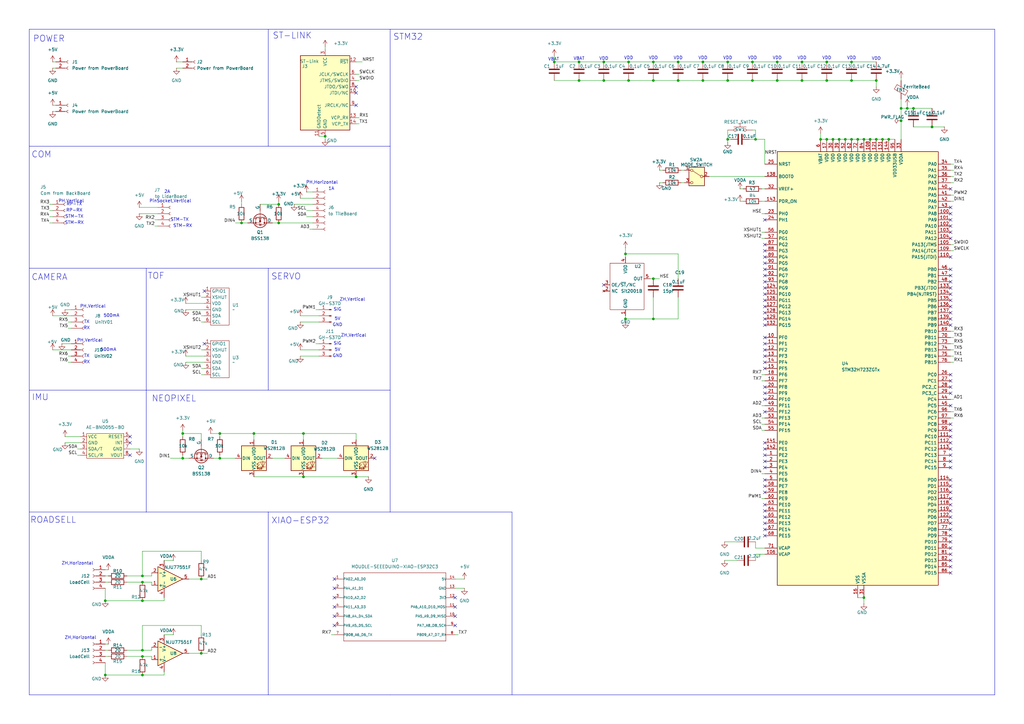
<source format=kicad_sch>
(kicad_sch (version 20231120) (generator "eeschema") (generator_version "8.0")
  (paper "A3")
  (title_block (title "TopBoard Rev.2") (rev "2") (company "Fornax"))
  (lib_symbols
    (symbol "AE-BNO055-BO:AE-BNO055-BO"
      (property "Reference" "U" (at 10.16 7.62 0))
      (property "Value" "AE-BNO055-BO" (at 10.16 5.08 0))
      (symbol "AE-BNO055-BO_1_1"
        (pin power_in line (at 0 2.54 0) (length 2.54) (name "VCC") (number "1"))
        (pin power_in line (at 0 0 0) (length 2.54) (name "GND") (number "2"))
        (pin passive line (at 0 -2.54 0) (length 2.54) (name "SDA/T") (number "3"))
        (pin passive line (at 0 -5.08 0) (length 2.54) (name "SCL/R") (number "4"))
        (pin passive line (at 20.32 2.54 180) (length 2.54) (name "RESET") (number "5"))
        (pin passive line (at 20.32 0 180) (length 2.54) (name "INT") (number "6"))
        (pin power_in line (at 20.32 -2.54 180) (length 2.54) (name "GND") (number "7"))
        (pin power_out line (at 20.32 -5.08 180) (length 2.54) (name "VOUT") (number "8"))
      )
    )
    (symbol "Connector:Conn_01x02_Socket" (pin_names (offset 1.016) hide)
      (property "Reference" "J" (at 0 2.54 0))
      (property "Value" "Conn_01x02_Socket" (at 0 -5.08 0))
      (symbol "Conn_01x02_Socket_1_1"
        (pin passive line (at -5.08 0 0) (length 3.81) (name "Pin_1") (number "1"))
        (pin passive line (at -5.08 -2.54 0) (length 3.81) (name "Pin_2") (number "2"))
      )
    )
    (symbol "Connector:Conn_01x03_Pin" (pin_names (offset 1.016) hide)
      (property "Reference" "J" (at 0 5.08 0))
      (property "Value" "Conn_01x03_Pin" (at 0 -5.08 0))
      (symbol "Conn_01x03_Pin_1_1"
        (pin passive line (at 5.08 2.54 180) (length 3.81) (name "Pin_1") (number "1"))
        (pin passive line (at 5.08 0 180) (length 3.81) (name "Pin_2") (number "2"))
        (pin passive line (at 5.08 -2.54 180) (length 3.81) (name "Pin_3") (number "3"))
      )
    )
    (symbol "Connector:Conn_01x04_Socket" (pin_names (offset 1.016) hide)
      (property "Reference" "J" (at 0 5.08 0))
      (property "Value" "Conn_01x04_Socket" (at 0 -7.62 0))
      (symbol "Conn_01x04_Socket_1_1"
        (pin passive line (at -5.08 2.54 0) (length 3.81) (name "Pin_1") (number "1"))
        (pin passive line (at -5.08 0 0) (length 3.81) (name "Pin_2") (number "2"))
        (pin passive line (at -5.08 -2.54 0) (length 3.81) (name "Pin_3") (number "3"))
        (pin passive line (at -5.08 -5.08 0) (length 3.81) (name "Pin_4") (number "4"))
      )
    )
    (symbol "Connector:Conn_01x07_Socket" (pin_names (offset 1.016) hide)
      (property "Reference" "J" (at 0 10.16 0))
      (property "Value" "Conn_01x07_Socket" (at 0 -10.16 0))
      (symbol "Conn_01x07_Socket_1_1"
        (pin passive line (at -5.08 7.62 0) (length 3.81) (name "Pin_1") (number "1"))
        (pin passive line (at -5.08 5.08 0) (length 3.81) (name "Pin_2") (number "2"))
        (pin passive line (at -5.08 2.54 0) (length 3.81) (name "Pin_3") (number "3"))
        (pin passive line (at -5.08 0 0) (length 3.81) (name "Pin_4") (number "4"))
        (pin passive line (at -5.08 -2.54 0) (length 3.81) (name "Pin_5") (number "5"))
        (pin passive line (at -5.08 -5.08 0) (length 3.81) (name "Pin_6") (number "6"))
        (pin passive line (at -5.08 -7.62 0) (length 3.81) (name "Pin_7") (number "7"))
      )
    )
    (symbol "Connector:Conn_ST_STDC14"
      (property "Reference" "J" (at -8.89 16.51 0))
      (property "Value" "Conn_ST_STDC14" (at 17.78 16.51 0))
      (symbol "Conn_ST_STDC14_1_1"
        (pin no_connect line (at -10.16 5.08 0) (length 2.54) hide (name "NC") (number "1"))
        (pin output line (at 12.7 0 180) (length 2.54) (name "JTDI/NC") (number "10"))
        (pin passive line (at -2.54 -17.78 90) (length 2.54) (name "GNDDetect") (number "11"))
        (pin open_collector line (at 12.7 12.7 180) (length 2.54) (name "~{RST}") (number "12"))
        (pin output line (at 12.7 -10.16 180) (length 2.54) (name "VCP_RX") (number "13"))
        (pin input line (at 12.7 -12.7 180) (length 2.54) (name "VCP_TX") (number "14"))
        (pin no_connect line (at -10.16 2.54 0) (length 2.54) hide (name "NC") (number "2"))
        (pin power_in line (at 0 17.78 270) (length 2.54) (name "VCC") (number "3"))
        (pin bidirectional line (at 12.7 5.08 180) (length 2.54) (name "JTMS/SWDIO") (number "4"))
        (pin power_in line (at 0 -17.78 90) (length 2.54) (name "GND") (number "5"))
        (pin output line (at 12.7 7.62 180) (length 2.54) (name "JCLK/SWCLK") (number "6"))
        (pin passive line (at 0 -17.78 90) (length 2.54) hide (name "GND") (number "7"))
        (pin input line (at 12.7 2.54 180) (length 2.54) (name "JTDO/SWO") (number "8"))
        (pin input line (at 12.7 -5.08 180) (length 2.54) (name "JRCLK/NC") (number "9"))
      )
    )
    (symbol "Device:C" (pin_numbers hide) (pin_names (offset 0.254))
      (property "Reference" "C" (at 0.635 2.54 0))
      (property "Value" "C" (at 0.635 -2.54 0))
      (symbol "C_1_1"
        (pin passive line (at 0 3.81 270) (length 2.794) (name "~") (number "1"))
        (pin passive line (at 0 -3.81 90) (length 2.794) (name "~") (number "2"))
      )
    )
    (symbol "Device:FerriteBead" (pin_numbers hide) (pin_names (offset 0))
      (property "Reference" "FB" (at -3.81 0.635 90))
      (property "Value" "FerriteBead" (at 3.81 0 90))
      (symbol "FerriteBead_1_1"
        (pin passive line (at 0 3.81 270) (length 2.54) (name "~") (number "1"))
        (pin passive line (at 0 -3.81 90) (length 2.54) (name "~") (number "2"))
      )
    )
    (symbol "Device:R" (pin_numbers hide) (pin_names (offset 0))
      (property "Reference" "R" (at 2.032 0 90))
      (property "Value" "R" (at 0 0 90))
      (symbol "R_1_1"
        (pin passive line (at 0 3.81 270) (length 1.27) (name "~") (number "1"))
        (pin passive line (at 0 -3.81 90) (length 1.27) (name "~") (number "2"))
      )
    )
    (symbol "LED:WS2812B" (pin_names (offset 0.254))
      (property "Reference" "D" (at 5.08 5.715 0))
      (property "Value" "WS2812B" (at 1.27 -5.715 0))
      (symbol "WS2812B_0_0"
        (text "RGB" (at 2.286 -4.191 0) (effects (font (size 0.762 0.762))))
      )
      (symbol "WS2812B_1_1"
        (pin power_in line (at 0 7.62 270) (length 2.54) (name "VDD") (number "1"))
        (pin output line (at 7.62 0 180) (length 2.54) (name "DOUT") (number "2"))
        (pin power_in line (at 0 -7.62 90) (length 2.54) (name "VSS") (number "3"))
        (pin input line (at -7.62 0 0) (length 2.54) (name "DIN") (number "4"))
      )
    )
    (symbol "MCU_ST_STM32H7:STM32H723ZGTx"
      (property "Reference" "U" (at -33.02 90.17 0))
      (property "Value" "STM32H723ZGTx" (at 20.32 90.17 0))
      (symbol "STM32H723ZGTx_1_1"
        (pin bidirectional line (at -38.1 -35.56 0) (length 5.08) (name "PE2") (number "1"))
        (pin bidirectional line (at -38.1 12.7 0) (length 5.08) (name "PF0") (number "10"))
        (pin bidirectional line (at 38.1 63.5 180) (length 5.08) (name "PA8") (number "100"))
        (pin bidirectional line (at 38.1 60.96 180) (length 5.08) (name "PA9") (number "101"))
        (pin bidirectional line (at 38.1 58.42 180) (length 5.08) (name "PA10") (number "102"))
        (pin bidirectional line (at 38.1 55.88 180) (length 5.08) (name "PA11") (number "103"))
        (pin bidirectional line (at 38.1 53.34 180) (length 5.08) (name "PA12") (number "104"))
        (pin bidirectional line (at 38.1 50.8 180) (length 5.08) (name "PA13(JTMS") (number "105"))
        (pin power_out line (at -38.1 -76.2 0) (length 5.08) (name "VCAP") (number "106"))
        (pin passive line (at 0 -93.98 90) (length 5.08) hide (name "VSS") (number "107"))
        (pin power_in line (at 5.08 93.98 270) (length 5.08) (name "VDD") (number "108"))
        (pin bidirectional line (at 38.1 48.26 180) (length 5.08) (name "PA14(JTCK") (number "109"))
        (pin bidirectional line (at -38.1 10.16 0) (length 5.08) (name "PF1") (number "11"))
        (pin bidirectional line (at 38.1 45.72 180) (length 5.08) (name "PA15(JTDI)") (number "110"))
        (pin bidirectional line (at 38.1 -27.94 180) (length 5.08) (name "PC10") (number "111"))
        (pin bidirectional line (at 38.1 -30.48 180) (length 5.08) (name "PC11") (number "112"))
        (pin bidirectional line (at 38.1 -33.02 180) (length 5.08) (name "PC12") (number "113"))
        (pin bidirectional line (at 38.1 -45.72 180) (length 5.08) (name "PD0") (number "114"))
        (pin bidirectional line (at 38.1 -48.26 180) (length 5.08) (name "PD1") (number "115"))
        (pin bidirectional line (at 38.1 -50.8 180) (length 5.08) (name "PD2") (number "116"))
        (pin bidirectional line (at 38.1 -53.34 180) (length 5.08) (name "PD3") (number "117"))
        (pin bidirectional line (at 38.1 -55.88 180) (length 5.08) (name "PD4") (number "118"))
        (pin bidirectional line (at 38.1 -58.42 180) (length 5.08) (name "PD5") (number "119"))
        (pin bidirectional line (at -38.1 7.62 0) (length 5.08) (name "PF2") (number "12"))
        (pin passive line (at 0 -93.98 90) (length 5.08) hide (name "VSS") (number "120"))
        (pin power_in line (at 7.62 93.98 270) (length 5.08) (name "VDD") (number "121"))
        (pin bidirectional line (at 38.1 -60.96 180) (length 5.08) (name "PD6") (number "122"))
        (pin bidirectional line (at 38.1 -63.5 180) (length 5.08) (name "PD7") (number "123"))
        (pin bidirectional line (at -38.1 33.02 0) (length 5.08) (name "PG9") (number "124"))
        (pin bidirectional line (at -38.1 30.48 0) (length 5.08) (name "PG10") (number "125"))
        (pin bidirectional line (at -38.1 27.94 0) (length 5.08) (name "PG11") (number "126"))
        (pin bidirectional line (at -38.1 25.4 0) (length 5.08) (name "PG12") (number "127"))
        (pin bidirectional line (at -38.1 22.86 0) (length 5.08) (name "PG13") (number "128"))
        (pin bidirectional line (at -38.1 20.32 0) (length 5.08) (name "PG14") (number "129"))
        (pin bidirectional line (at -38.1 5.08 0) (length 5.08) (name "PF3") (number "13"))
        (pin passive line (at 0 -93.98 90) (length 5.08) hide (name "VSS") (number "130"))
        (pin power_in line (at 10.16 93.98 270) (length 5.08) (name "VDD") (number "131"))
        (pin bidirectional line (at -38.1 17.78 0) (length 5.08) (name "PG15") (number "132"))
        (pin bidirectional line (at 38.1 33.02 180) (length 5.08) (name "PB3(JTDO") (number "133"))
        (pin bidirectional line (at 38.1 30.48 180) (length 5.08) (name "PB4(NJTRST)") (number "134"))
        (pin bidirectional line (at 38.1 27.94 180) (length 5.08) (name "PB5") (number "135"))
        (pin bidirectional line (at 38.1 25.4 180) (length 5.08) (name "PB6") (number "136"))
        (pin bidirectional line (at 38.1 22.86 180) (length 5.08) (name "PB7") (number "137"))
        (pin input line (at -38.1 78.74 0) (length 5.08) (name "BOOT0") (number "138"))
        (pin bidirectional line (at 38.1 20.32 180) (length 5.08) (name "PB8") (number "139"))
        (pin bidirectional line (at -38.1 2.54 0) (length 5.08) (name "PF4") (number "14"))
        (pin bidirectional line (at 38.1 17.78 180) (length 5.08) (name "PB9") (number "140"))
        (pin bidirectional line (at -38.1 -30.48 0) (length 5.08) (name "PE0") (number "141"))
        (pin bidirectional line (at -38.1 -33.02 0) (length 5.08) (name "PE1") (number "142"))
        (pin input line (at -38.1 68.58 0) (length 5.08) (name "PDR_ON") (number "143"))
        (pin power_in line (at 12.7 93.98 270) (length 5.08) (name "VDD") (number "144"))
        (pin bidirectional line (at -38.1 0 0) (length 5.08) (name "PF5") (number "15"))
        (pin power_in line (at 0 -93.98 90) (length 5.08) (name "VSS") (number "16"))
        (pin power_in line (at -12.7 93.98 270) (length 5.08) (name "VDD") (number "17"))
        (pin bidirectional line (at -38.1 -2.54 0) (length 5.08) (name "PF6") (number "18"))
        (pin bidirectional line (at -38.1 -5.08 0) (length 5.08) (name "PF7") (number "19"))
        (pin bidirectional line (at -38.1 -38.1 0) (length 5.08) (name "PE3") (number "2"))
        (pin bidirectional line (at -38.1 -7.62 0) (length 5.08) (name "PF8") (number "20"))
        (pin bidirectional line (at -38.1 -10.16 0) (length 5.08) (name "PF9") (number "21"))
        (pin bidirectional line (at -38.1 -12.7 0) (length 5.08) (name "PF10") (number "22"))
        (pin bidirectional line (at -38.1 63.5 0) (length 5.08) (name "PH0") (number "23"))
        (pin bidirectional line (at -38.1 60.96 0) (length 5.08) (name "PH1") (number "24"))
        (pin input line (at -38.1 83.82 0) (length 5.08) (name "NRST") (number "25"))
        (pin bidirectional line (at 38.1 -2.54 180) (length 5.08) (name "PC0") (number "26"))
        (pin bidirectional line (at 38.1 -5.08 180) (length 5.08) (name "PC1") (number "27"))
        (pin bidirectional line (at 38.1 -7.62 180) (length 5.08) (name "PC2_C") (number "28"))
        (pin bidirectional line (at 38.1 -10.16 180) (length 5.08) (name "PC3_C") (number "29"))
        (pin bidirectional line (at -38.1 -40.64 0) (length 5.08) (name "PE4") (number "3"))
        (pin power_in line (at -10.16 93.98 270) (length 5.08) (name "VDD") (number "30"))
        (pin power_in line (at 2.54 -93.98 90) (length 5.08) (name "VSSA") (number "31"))
        (pin input line (at -38.1 73.66 0) (length 5.08) (name "VREF+") (number "32"))
        (pin power_in line (at 17.78 93.98 270) (length 5.08) (name "VDDA") (number "33"))
        (pin bidirectional line (at 38.1 83.82 180) (length 5.08) (name "PA0") (number "34"))
        (pin bidirectional line (at 38.1 81.28 180) (length 5.08) (name "PA1") (number "35"))
        (pin bidirectional line (at 38.1 78.74 180) (length 5.08) (name "PA2") (number "36"))
        (pin bidirectional line (at 38.1 76.2 180) (length 5.08) (name "PA3") (number "37"))
        (pin passive line (at 0 -93.98 90) (length 5.08) hide (name "VSS") (number "38"))
        (pin power_in line (at -7.62 93.98 270) (length 5.08) (name "VDD") (number "39"))
        (pin bidirectional line (at -38.1 -43.18 0) (length 5.08) (name "PE5") (number "4"))
        (pin bidirectional line (at 38.1 73.66 180) (length 5.08) (name "PA4") (number "40"))
        (pin bidirectional line (at 38.1 71.12 180) (length 5.08) (name "PA5") (number "41"))
        (pin bidirectional line (at 38.1 68.58 180) (length 5.08) (name "PA6") (number "42"))
        (pin bidirectional line (at 38.1 66.04 180) (length 5.08) (name "PA7") (number "43"))
        (pin bidirectional line (at 38.1 -12.7 180) (length 5.08) (name "PC4") (number "44"))
        (pin bidirectional line (at 38.1 -15.24 180) (length 5.08) (name "PC5") (number "45"))
        (pin bidirectional line (at 38.1 40.64 180) (length 5.08) (name "PB0") (number "46"))
        (pin bidirectional line (at 38.1 38.1 180) (length 5.08) (name "PB1") (number "47"))
        (pin bidirectional line (at 38.1 35.56 180) (length 5.08) (name "PB2") (number "48"))
        (pin bidirectional line (at -38.1 -15.24 0) (length 5.08) (name "PF11") (number "49"))
        (pin bidirectional line (at -38.1 -45.72 0) (length 5.08) (name "PE6") (number "5"))
        (pin bidirectional line (at -38.1 -17.78 0) (length 5.08) (name "PF12") (number "50"))
        (pin passive line (at 0 -93.98 90) (length 5.08) hide (name "VSS") (number "51"))
        (pin power_in line (at -5.08 93.98 270) (length 5.08) (name "VDD") (number "52"))
        (pin bidirectional line (at -38.1 -20.32 0) (length 5.08) (name "PF13") (number "53"))
        (pin bidirectional line (at -38.1 -22.86 0) (length 5.08) (name "PF14") (number "54"))
        (pin bidirectional line (at -38.1 -25.4 0) (length 5.08) (name "PF15") (number "55"))
        (pin bidirectional line (at -38.1 55.88 0) (length 5.08) (name "PG0") (number "56"))
        (pin bidirectional line (at -38.1 53.34 0) (length 5.08) (name "PG1") (number "57"))
        (pin bidirectional line (at -38.1 -48.26 0) (length 5.08) (name "PE7") (number "58"))
        (pin bidirectional line (at -38.1 -50.8 0) (length 5.08) (name "PE8") (number "59"))
        (pin power_in line (at -15.24 93.98 270) (length 5.08) (name "VBAT") (number "6"))
        (pin bidirectional line (at -38.1 -53.34 0) (length 5.08) (name "PE9") (number "60"))
        (pin passive line (at 0 -93.98 90) (length 5.08) hide (name "VSS") (number "61"))
        (pin power_in line (at -2.54 93.98 270) (length 5.08) (name "VDD") (number "62"))
        (pin bidirectional line (at -38.1 -55.88 0) (length 5.08) (name "PE10") (number "63"))
        (pin bidirectional line (at -38.1 -58.42 0) (length 5.08) (name "PE11") (number "64"))
        (pin bidirectional line (at -38.1 -60.96 0) (length 5.08) (name "PE12") (number "65"))
        (pin bidirectional line (at -38.1 -63.5 0) (length 5.08) (name "PE13") (number "66"))
        (pin bidirectional line (at -38.1 -66.04 0) (length 5.08) (name "PE14") (number "67"))
        (pin bidirectional line (at -38.1 -68.58 0) (length 5.08) (name "PE15") (number "68"))
        (pin bidirectional line (at 38.1 15.24 180) (length 5.08) (name "PB10") (number "69"))
        (pin bidirectional line (at 38.1 -35.56 180) (length 5.08) (name "PC13") (number "7"))
        (pin bidirectional line (at 38.1 12.7 180) (length 5.08) (name "PB11") (number "70"))
        (pin power_out line (at -38.1 -73.66 0) (length 5.08) (name "VCAP") (number "71"))
        (pin power_in line (at 0 93.98 270) (length 5.08) (name "VDD") (number "72"))
        (pin bidirectional line (at 38.1 10.16 180) (length 5.08) (name "PB12") (number "73"))
        (pin bidirectional line (at 38.1 7.62 180) (length 5.08) (name "PB13") (number "74"))
        (pin bidirectional line (at 38.1 5.08 180) (length 5.08) (name "PB14") (number "75"))
        (pin bidirectional line (at 38.1 2.54 180) (length 5.08) (name "PB15") (number "76"))
        (pin bidirectional line (at 38.1 -66.04 180) (length 5.08) (name "PD8") (number "77"))
        (pin bidirectional line (at 38.1 -68.58 180) (length 5.08) (name "PD9") (number "78"))
        (pin bidirectional line (at 38.1 -71.12 180) (length 5.08) (name "PD10") (number "79"))
        (pin bidirectional line (at 38.1 -38.1 180) (length 5.08) (name "PC14") (number "8"))
        (pin bidirectional line (at 38.1 -73.66 180) (length 5.08) (name "PD11") (number "80"))
        (pin bidirectional line (at 38.1 -76.2 180) (length 5.08) (name "PD12") (number "81"))
        (pin bidirectional line (at 38.1 -78.74 180) (length 5.08) (name "PD13") (number "82"))
        (pin passive line (at 0 -93.98 90) (length 5.08) hide (name "VSS") (number "83"))
        (pin power_in line (at 2.54 93.98 270) (length 5.08) (name "VDD") (number "84"))
        (pin bidirectional line (at 38.1 -81.28 180) (length 5.08) (name "PD14") (number "85"))
        (pin bidirectional line (at 38.1 -83.82 180) (length 5.08) (name "PD15") (number "86"))
        (pin bidirectional line (at -38.1 50.8 0) (length 5.08) (name "PG2") (number "87"))
        (pin bidirectional line (at -38.1 48.26 0) (length 5.08) (name "PG3") (number "88"))
        (pin bidirectional line (at -38.1 45.72 0) (length 5.08) (name "PG4") (number "89"))
        (pin bidirectional line (at 38.1 -40.64 180) (length 5.08) (name "PC15") (number "9"))
        (pin bidirectional line (at -38.1 43.18 0) (length 5.08) (name "PG5") (number "90"))
        (pin bidirectional line (at -38.1 40.64 0) (length 5.08) (name "PG6") (number "91"))
        (pin bidirectional line (at -38.1 38.1 0) (length 5.08) (name "PG7") (number "92"))
        (pin bidirectional line (at -38.1 35.56 0) (length 5.08) (name "PG8") (number "93"))
        (pin passive line (at 0 -93.98 90) (length 5.08) hide (name "VSS") (number "94"))
        (pin power_in line (at 15.24 93.98 270) (length 5.08) (name "VDD33USB") (number "95"))
        (pin bidirectional line (at 38.1 -17.78 180) (length 5.08) (name "PC6") (number "96"))
        (pin bidirectional line (at 38.1 -20.32 180) (length 5.08) (name "PC7") (number "97"))
        (pin bidirectional line (at 38.1 -22.86 180) (length 5.08) (name "PC8") (number "98"))
        (pin bidirectional line (at 38.1 -25.4 180) (length 5.08) (name "PC9") (number "99"))
      )
    )
    (symbol "SiT2001B:Sit2001B"
      (property "Reference" "U" (at 6.35 14.605 0))
      (property "Value" "Sit2001B" (at 5.08 0 0))
      (symbol "Sit2001B_1_1"
        (pin power_in line (at 2.54 -10.16 90) (length 2.54) (name "GND") (number "1"))
        (pin no_connect line (at -6.35 0 0) (length 2.54) (name "NC") (number "2"))
        (pin passive line (at -6.35 2.54 0) (length 2.54) (name "OE/~{ST}/NC") (number "3"))
        (pin power_in line (at 2.54 13.97 270) (length 2.54) (name "VDD") (number "4"))
        (pin output line (at 12.7 5.08 180) (length 2.54) (name "OUT") (number "5"))
      )
    )
    (symbol "Simulation_SPICE:NMOS" (pin_numbers hide) (pin_names (offset 0))
      (property "Reference" "Q" (at 5.08 1.27 0))
      (property "Value" "NMOS" (at 5.08 -1.27 0))
      (symbol "NMOS_1_1"
        (pin passive line (at 2.54 5.08 270) (length 2.54) (name "D") (number "1"))
        (pin input line (at -5.08 0 0) (length 2.54) (name "G") (number "2"))
        (pin passive line (at 2.54 -5.08 90) (length 2.54) (name "S") (number "3"))
      )
    )
    (symbol "Simulation_SPICE:OPAMP" (pin_names (offset 0.254))
      (property "Reference" "U17" (at 8.89 5.0486 0))
      (property "Value" "${SIM.PARAMS}" (at 8.89 3.1435 0))
      (symbol "OPAMP_1_1"
        (pin input line (at -7.62 -2.54 0) (length 2.54) (name "+") (number "1"))
        (pin input line (at -7.62 2.54 0) (length 2.54) (name "-") (number "2"))
        (pin power_in line (at -2.54 7.62 270) (length 3.81) (name "V+") (number "3"))
        (pin power_in line (at -2.54 -7.62 90) (length 3.81) (name "V-") (number "4"))
        (pin output line (at 7.62 0 180) (length 2.54) (name "~") (number "5"))
      )
    )
    (symbol "Switch:SW_DPDT_x2" (pin_names (offset 0) hide)
      (property "Reference" "SW" (at 0 5.08 0))
      (property "Value" "SW_DPDT_x2" (at 0 -5.08 0))
      (symbol "SW_DPDT_x2_1_1"
        (pin passive line (at 5.08 2.54 180) (length 2.54) (name "A") (number "1"))
        (pin passive line (at -5.08 0 0) (length 2.54) (name "B") (number "2"))
        (pin passive line (at 5.08 -2.54 180) (length 2.54) (name "C") (number "3"))
      )
      (symbol "SW_DPDT_x2_2_1"
        (pin passive line (at 5.08 2.54 180) (length 2.54) (name "A") (number "4"))
        (pin passive line (at -5.08 0 0) (length 2.54) (name "B") (number "5"))
        (pin passive line (at 5.08 -2.54 180) (length 2.54) (name "C") (number "6"))
      )
    )
    (symbol "Switch:SW_Push" (pin_numbers hide) (pin_names (offset 1.016) hide)
      (property "Reference" "SW" (at 1.27 2.54 0))
      (property "Value" "SW_Push" (at 0 -1.524 0))
      (symbol "SW_Push_0_1"
        (pin passive line (at -5.08 0 0) (length 2.54) (name "1") (number "1"))
        (pin passive line (at 5.08 0 180) (length 2.54) (name "2") (number "2"))
      )
    )
    (symbol "VL53l0X:VL53L0X_SwScience_6pin"
      (property "Reference" "U" (at 0 -1.27 0))
      (symbol "VL53L0X_SwScience_6pin_1_1"
        (pin passive line (at -6.35 -3.81 0) (length 2.54) (name "GPIO1") (number "1"))
        (pin passive line (at -6.35 -6.35 0) (length 2.54) (name "XSHUT") (number "2"))
        (pin power_in line (at -6.35 -8.89 0) (length 2.54) (name "VDD") (number "3"))
        (pin power_in line (at -6.35 -11.43 0) (length 2.54) (name "GND") (number "4"))
        (pin passive line (at -6.35 -13.97 0) (length 2.54) (name "SDA") (number "5"))
        (pin passive line (at -6.35 -16.51 0) (length 2.54) (name "SCL") (number "6"))
      )
    )
    (symbol "XIAO:MOUDLE-SEEEDUINO-XIAO-ESP32C3" (pin_names (offset 1.016))
      (property "Reference" "U" (at -21.59 15.24 0))
      (property "Value" "MOUDLE-SEEEDUINO-XIAO-ESP32C3" (at -21.59 13.97 0))
      (symbol "MOUDLE-SEEEDUINO-XIAO-ESP32C3_0_0"
        (pin bidirectional line (at -25.4 11.43 0) (length 2.54) (name "PA02_A0_D0") (number "1"))
        (pin bidirectional line (at 24.13 -3.81 180) (length 2.54) (name "PA5_A9_D9_MISO") (number "10"))
        (pin bidirectional line (at 24.13 0 180) (length 2.54) (name "PA6_A10_D10_MOSI") (number "11"))
        (pin bidirectional line (at 24.13 3.81 180) (length 2.54) (name "3V3") (number "12"))
        (pin bidirectional line (at 24.13 7.62 180) (length 2.54) (name "GND") (number "13"))
        (pin bidirectional line (at 24.13 11.43 180) (length 2.54) (name "5V") (number "14"))
        (pin bidirectional line (at -25.4 7.62 0) (length 2.54) (name "PA4_A1_D1") (number "2"))
        (pin bidirectional line (at -25.4 3.81 0) (length 2.54) (name "PA10_A2_D2") (number "3"))
        (pin bidirectional line (at -25.4 0 0) (length 2.54) (name "PA11_A3_D3") (number "4"))
        (pin bidirectional line (at -25.4 -3.81 0) (length 2.54) (name "PA8_A4_D4_SDA") (number "5"))
        (pin bidirectional line (at -25.4 -7.62 0) (length 2.54) (name "PA9_A5_D5_SCL") (number "6"))
        (pin bidirectional line (at -25.4 -11.43 0) (length 2.54) (name "PB08_A6_D6_TX") (number "7"))
        (pin bidirectional line (at 24.13 -11.43 180) (length 2.54) (name "PB09_A7_D7_RX") (number "8"))
        (pin bidirectional line (at 24.13 -7.62 180) (length 2.54) (name "PA7_A8_D8_SCK") (number "9"))
      )
    )
    (symbol "power:+3.3V" (power) (pin_numbers hide) (pin_names (offset 0) hide)
      (property "Value" "+3.3V" (at 0 3.556 0))
      (symbol "+3.3V_1_1"
        (pin power_in line (at 0 0 90) (length 0) (name "~") (number "1"))
      )
    )
    (symbol "power:+5V" (power) (pin_numbers hide) (pin_names (offset 0) hide)
      (property "Value" "+5V" (at 0 3.556 0))
      (symbol "+5V_1_1"
        (pin power_in line (at 0 0 90) (length 0) (name "~") (number "1"))
      )
    )
    (symbol "power:GND" (power) (pin_numbers hide) (pin_names (offset 0) hide)
      (property "Value" "GND" (at 0 -3.81 0))
      (symbol "GND_1_1"
        (pin power_in line (at 0 0 270) (length 0) (name "~") (number "1"))
      )
    )
    (symbol "power:PWR_FLAG" (power) (pin_numbers hide) (pin_names (offset 0) hide)
      (property "Value" "PWR_FLAG" (at 0 3.81 0))
      (symbol "PWR_FLAG_0_0"
        (pin power_out line (at 0 0 90) (length 0) (name "~") (number "1"))
      )
    )
    (symbol "power:VDDA" (power) (pin_numbers hide) (pin_names (offset 0) hide)
      (property "Value" "VDDA" (at 0 3.556 0))
      (symbol "VDDA_1_1"
        (pin power_in line (at 0 0 90) (length 0) (name "~") (number "1"))
      )
    )
  )
  (junction (at 267.97 25.4))
  (junction (at 369.57 49.53))
  (junction (at 43.18 246.38))
  (junction (at 318.77 25.4))
  (junction (at 58.42 246.38))
  (junction (at 309.88 57.15))
  (junction (at 359.41 57.15))
  (junction (at 227.33 25.4))
  (junction (at 257.81 25.4))
  (junction (at 372.11 44.45))
  (junction (at 336.55 57.15))
  (junction (at 104.14 177.8))
  (junction (at 74.93 187.96))
  (junction (at 267.97 130.81))
  (junction (at 318.77 33.02))
  (junction (at 114.3 91.44))
  (junction (at 82.55 267.97))
  (junction (at 133.35 55.88))
  (junction (at 90.17 177.8))
  (junction (at 374.65 44.45))
  (junction (at 349.25 33.02))
  (junction (at 298.45 33.02))
  (junction (at 58.42 238.76))
  (junction (at 278.13 33.02))
  (junction (at 58.42 269.24))
  (junction (at 99.06 91.44))
  (junction (at 124.46 195.58))
  (junction (at 58.42 276.86))
  (junction (at 267.97 33.02))
  (junction (at 298.45 25.4))
  (junction (at 58.42 266.7))
  (junction (at 237.49 33.02))
  (junction (at 247.65 25.4))
  (junction (at 369.57 44.45))
  (junction (at 346.71 57.15))
  (junction (at 114.3 83.82))
  (junction (at 288.29 33.02))
  (junction (at 328.93 33.02))
  (junction (at 328.93 25.4))
  (junction (at 354.33 57.15))
  (junction (at 339.09 57.15))
  (junction (at 237.49 25.4))
  (junction (at 124.46 177.8))
  (junction (at 256.54 104.14))
  (junction (at 288.29 25.4))
  (junction (at 58.42 236.22))
  (junction (at 267.97 114.3))
  (junction (at 74.93 177.8))
  (junction (at 339.09 33.02))
  (junction (at 257.81 33.02))
  (junction (at 364.49 57.15))
  (junction (at 344.17 57.15))
  (junction (at 359.41 33.02))
  (junction (at 82.55 237.49))
  (junction (at 247.65 33.02))
  (junction (at 308.61 25.4))
  (junction (at 43.18 276.86))
  (junction (at 341.63 57.15))
  (junction (at 356.87 57.15))
  (junction (at 256.54 130.81))
  (junction (at 146.05 195.58))
  (junction (at 339.09 25.4))
  (junction (at 361.95 57.15))
  (junction (at 354.33 245.11))
  (junction (at 298.45 57.15))
  (junction (at 349.25 25.4))
  (junction (at 351.79 57.15))
  (junction (at 382.27 52.07))
  (junction (at 349.25 57.15))
  (junction (at 90.17 187.96))
  (junction (at 308.61 33.02))
  (junction (at 278.13 25.4))
  (no_connect (at 146.05 38.1))
  (no_connect (at 313.69 118.11))
  (no_connect (at 313.69 148.59))
  (no_connect (at 389.89 227.33))
  (no_connect (at 313.69 151.13))
  (no_connect (at 53.34 179.07))
  (no_connect (at 389.89 133.35))
  (no_connect (at 389.89 128.27))
  (no_connect (at 389.89 173.99))
  (no_connect (at 389.89 110.49))
  (no_connect (at 186.69 252.73))
  (no_connect (at 313.69 196.85))
  (no_connect (at 389.89 196.85))
  (no_connect (at 137.16 252.73))
  (no_connect (at 389.89 181.61))
  (no_connect (at 389.89 212.09))
  (no_connect (at 313.69 140.97))
  (no_connect (at 313.69 128.27))
  (no_connect (at 389.89 219.71))
  (no_connect (at 389.89 191.77))
  (no_connect (at 313.69 201.93))
  (no_connect (at 389.89 87.63))
  (no_connect (at 389.89 199.39))
  (no_connect (at 313.69 102.87))
  (no_connect (at 313.69 146.05))
  (no_connect (at 313.69 186.69))
  (no_connect (at 313.69 184.15))
  (no_connect (at 389.89 222.25))
  (no_connect (at 137.16 241.3))
  (no_connect (at 313.69 107.95))
  (no_connect (at 83.82 119.38))
  (no_connect (at 313.69 133.35))
  (no_connect (at 313.69 199.39))
  (no_connect (at 313.69 115.57))
  (no_connect (at 389.89 85.09))
  (no_connect (at 389.89 95.25))
  (no_connect (at 153.67 187.96))
  (no_connect (at 389.89 207.01))
  (no_connect (at 313.69 105.41))
  (no_connect (at 313.69 163.83))
  (no_connect (at 313.69 217.17))
  (no_connect (at 389.89 166.37))
  (no_connect (at 389.89 125.73))
  (no_connect (at 313.69 191.77))
  (no_connect (at 389.89 105.41))
  (no_connect (at 313.69 138.43))
  (no_connect (at 313.69 90.17))
  (no_connect (at 389.89 77.47))
  (no_connect (at 313.69 113.03))
  (no_connect (at 247.65 116.84))
  (no_connect (at 389.89 92.71))
  (no_connect (at 137.16 245.11))
  (no_connect (at 313.69 181.61))
  (no_connect (at 389.89 115.57))
  (no_connect (at 313.69 125.73))
  (no_connect (at 389.89 201.93))
  (no_connect (at 313.69 189.23))
  (no_connect (at 389.89 189.23))
  (no_connect (at 313.69 158.75))
  (no_connect (at 313.69 219.71))
  (no_connect (at 313.69 110.49))
  (no_connect (at 313.69 120.65))
  (no_connect (at 313.69 207.01))
  (no_connect (at 186.69 248.92))
  (no_connect (at 389.89 90.17))
  (no_connect (at 389.89 120.65))
  (no_connect (at 313.69 212.09))
  (no_connect (at 313.69 143.51))
  (no_connect (at 389.89 232.41))
  (no_connect (at 389.89 209.55))
  (no_connect (at 389.89 158.75))
  (no_connect (at 389.89 130.81))
  (no_connect (at 389.89 229.87))
  (no_connect (at 389.89 161.29))
  (no_connect (at 389.89 156.21))
  (no_connect (at 313.69 130.81))
  (no_connect (at 389.89 113.03))
  (no_connect (at 389.89 234.95))
  (no_connect (at 53.34 181.61))
  (no_connect (at 389.89 123.19))
  (no_connect (at 313.69 209.55))
  (no_connect (at 389.89 184.15))
  (no_connect (at 186.69 256.54))
  (no_connect (at 137.16 256.54))
  (no_connect (at 389.89 204.47))
  (no_connect (at 389.89 97.79))
  (no_connect (at 389.89 186.69))
  (no_connect (at 389.89 224.79))
  (no_connect (at 313.69 214.63))
  (no_connect (at 313.69 161.29))
  (no_connect (at 389.89 176.53))
  (no_connect (at 313.69 168.91))
  (no_connect (at 146.05 35.56))
  (no_connect (at 186.69 245.11))
  (no_connect (at 389.89 118.11))
  (no_connect (at 137.16 248.92))
  (no_connect (at 313.69 123.19))
  (no_connect (at 389.89 153.67))
  (no_connect (at 389.89 179.07))
  (no_connect (at 146.05 43.18))
  (no_connect (at 313.69 100.33))
  (no_connect (at 389.89 217.17))
  (no_connect (at 389.89 214.63))
  (no_connect (at 83.82 140.97))
  (no_connect (at 53.34 186.69))
  (no_connect (at 137.16 237.49))
  (polyline (pts (xy 12 60) (xy 160 60)))
  (polyline (pts (xy 110 110) (xy 110 160)))
  (wire (pts (xy 278.13 25.4) (xy 288.29 25.4)))
  (wire (pts (xy 76.2 146.05) (xy 83.82 146.05)))
  (wire (pts (xy 391.16 138.43) (xy 389.89 138.43)))
  (polyline (pts (xy 160 110) (xy 160 160)))
  (wire (pts (xy 339.09 57.15) (xy 341.63 57.15)))
  (wire (pts (xy 85.09 267.97) (xy 82.55 267.97)))
  (wire (pts (xy 278.13 121.92) (xy 278.13 130.81)))
  (wire (pts (xy 312.42 153.67) (xy 313.69 153.67)))
  (wire (pts (xy 339.09 25.4) (xy 349.25 25.4)))
  (wire (pts (xy 86.36 177.8) (xy 90.17 177.8)))
  (wire (pts (xy 123.19 129.54) (xy 130.81 129.54)))
  (wire (pts (xy 391.16 163.83) (xy 389.89 163.83)))
  (wire (pts (xy 313.69 57.15) (xy 313.69 67.31)))
  (wire (pts (xy 124.46 177.8) (xy 146.05 177.8)))
  (polyline (pts (xy 408 285) (xy 160 285)))
  (wire (pts (xy 391.16 67.31) (xy 389.89 67.31)))
  (wire (pts (xy 27.94 134.62) (xy 29.21 134.62)))
  (wire (pts (xy 43.18 236.22) (xy 44.45 236.22)))
  (polyline (pts (xy 160 160) (xy 12 160)))
  (wire (pts (xy 312.42 166.37) (xy 313.69 166.37)))
  (wire (pts (xy 267.97 121.92) (xy 267.97 130.81)))
  (wire (pts (xy 74.93 186.69) (xy 74.93 187.96)))
  (wire (pts (xy 43.18 269.24) (xy 44.45 269.24)))
  (polyline (pts (xy 160 285) (xy 12 285)))
  (wire (pts (xy 76.2 127) (xy 83.82 127)))
  (wire (pts (xy 278.13 130.81) (xy 267.97 130.81)))
  (wire (pts (xy 22.86 45.72) (xy 21.59 45.72)))
  (wire (pts (xy 26.67 127) (xy 29.21 127)))
  (polyline (pts (xy 60 110) (xy 60 160)))
  (wire (pts (xy 63.5 90.17) (xy 64.77 90.17)))
  (wire (pts (xy 27.94 132.08) (xy 29.21 132.08)))
  (wire (pts (xy 123.19 132.08) (xy 130.81 132.08)))
  (wire (pts (xy 43.18 271.78) (xy 43.18 276.86)))
  (wire (pts (xy 318.77 33.02) (xy 328.93 33.02)))
  (wire (pts (xy 128.27 78.74) (xy 125.73 78.74)))
  (wire (pts (xy 69.85 187.96) (xy 74.93 187.96)))
  (wire (pts (xy 58.42 226.06) (xy 82.55 226.06)))
  (wire (pts (xy 127 93.98) (xy 128.27 93.98)))
  (polyline (pts (xy 210 210) (xy 210 285)))
  (wire (pts (xy 344.17 57.15) (xy 346.71 57.15)))
  (wire (pts (xy 346.71 57.15) (xy 349.25 57.15)))
  (wire (pts (xy 21.59 129.54) (xy 29.21 129.54)))
  (wire (pts (xy 391.16 102.87) (xy 389.89 102.87)))
  (wire (pts (xy 58.42 256.54) (xy 82.55 256.54)))
  (wire (pts (xy 391.16 148.59) (xy 389.89 148.59)))
  (wire (pts (xy 43.18 266.7) (xy 44.45 266.7)))
  (wire (pts (xy 99.06 82.55) (xy 99.06 83.82)))
  (wire (pts (xy 312.42 194.31) (xy 313.69 194.31)))
  (wire (pts (xy 133.35 19.05) (xy 133.35 20.32)))
  (wire (pts (xy 85.09 237.49) (xy 82.55 237.49)))
  (wire (pts (xy 25.4 140.97) (xy 29.21 140.97)))
  (wire (pts (xy 77.47 237.49) (xy 82.55 237.49)))
  (wire (pts (xy 74.93 176.53) (xy 74.93 177.8)))
  (wire (pts (xy 298.45 33.02) (xy 308.61 33.02)))
  (wire (pts (xy 57.15 87.63) (xy 64.77 87.63)))
  (wire (pts (xy 307.34 57.15) (xy 309.88 57.15)))
  (wire (pts (xy 290.83 72.39) (xy 313.69 72.39)))
  (polyline (pts (xy 160 12) (xy 160 60)))
  (wire (pts (xy 53.34 184.15) (xy 57.15 184.15)))
  (wire (pts (xy 303.53 77.47) (xy 304.8 77.47)))
  (wire (pts (xy 237.49 25.4) (xy 247.65 25.4)))
  (wire (pts (xy 391.16 146.05) (xy 389.89 146.05)))
  (wire (pts (xy 43.18 238.76) (xy 44.45 238.76)))
  (wire (pts (xy 297.18 222.25) (xy 302.26 222.25)))
  (wire (pts (xy 257.81 33.02) (xy 267.97 33.02)))
  (wire (pts (xy 369.57 44.45) (xy 369.57 49.53)))
  (wire (pts (xy 237.49 33.02) (xy 247.65 33.02)))
  (wire (pts (xy 72.39 25.4) (xy 74.93 25.4)))
  (polyline (pts (xy 160 210) (xy 210 210)))
  (wire (pts (xy 104.14 195.58) (xy 124.46 195.58)))
  (wire (pts (xy 391.16 143.51) (xy 389.89 143.51)))
  (wire (pts (xy 313.69 224.79) (xy 309.88 224.79)))
  (wire (pts (xy 21.59 143.51) (xy 29.21 143.51)))
  (wire (pts (xy 389.89 82.55) (xy 391.16 82.55)))
  (wire (pts (xy 256.54 101.6) (xy 256.54 104.14)))
  (wire (pts (xy 128.27 83.82) (xy 120.65 83.82)))
  (wire (pts (xy 114.3 91.44) (xy 128.27 91.44)))
  (wire (pts (xy 374.65 44.45) (xy 382.27 44.45)))
  (wire (pts (xy 266.7 114.3) (xy 267.97 114.3)))
  (wire (pts (xy 227.33 25.4) (xy 237.49 25.4)))
  (wire (pts (xy 82.55 226.06) (xy 82.55 229.87)))
  (wire (pts (xy 312.42 95.25) (xy 313.69 95.25)))
  (wire (pts (xy 369.57 40.64) (xy 369.57 44.45)))
  (wire (pts (xy 354.33 57.15) (xy 356.87 57.15)))
  (wire (pts (xy 309.88 224.79) (xy 309.88 222.25)))
  (wire (pts (xy 382.27 52.07) (xy 387.35 52.07)))
  (wire (pts (xy 247.65 25.4) (xy 257.81 25.4)))
  (wire (pts (xy 312.42 176.53) (xy 313.69 176.53)))
  (wire (pts (xy 313.69 227.33) (xy 309.88 227.33)))
  (wire (pts (xy 256.54 129.54) (xy 256.54 130.81)))
  (polyline (pts (xy 110 12) (xy 110 60)))
  (wire (pts (xy 372.11 43.18) (xy 372.11 44.45)))
  (polyline (pts (xy 160 12) (xy 12 12)))
  (polyline (pts (xy 110 210) (xy 110 285)))
  (wire (pts (xy 58.42 256.54) (xy 58.42 266.7)))
  (wire (pts (xy 99.06 91.44) (xy 101.6 91.44)))
  (wire (pts (xy 312.42 204.47) (xy 313.69 204.47)))
  (wire (pts (xy 20.32 88.9) (xy 21.59 88.9)))
  (wire (pts (xy 279.4 69.85) (xy 280.67 69.85)))
  (wire (pts (xy 90.17 177.8) (xy 104.14 177.8)))
  (wire (pts (xy 364.49 57.15) (xy 361.95 57.15)))
  (wire (pts (xy 52.07 238.76) (xy 58.42 238.76)))
  (wire (pts (xy 341.63 57.15) (xy 344.17 57.15)))
  (wire (pts (xy 146.05 195.58) (xy 151.13 195.58)))
  (wire (pts (xy 82.55 143.51) (xy 83.82 143.51)))
  (polyline (pts (xy 12 210) (xy 60 210)))
  (wire (pts (xy 349.25 33.02) (xy 359.41 33.02)))
  (wire (pts (xy 349.25 57.15) (xy 351.79 57.15)))
  (wire (pts (xy 82.55 151.13) (xy 83.82 151.13)))
  (wire (pts (xy 308.61 25.4) (xy 318.77 25.4)))
  (wire (pts (xy 298.45 25.4) (xy 308.61 25.4)))
  (wire (pts (xy 146.05 50.8) (xy 147.32 50.8)))
  (wire (pts (xy 391.16 171.45) (xy 389.89 171.45)))
  (wire (pts (xy 82.55 153.67) (xy 83.82 153.67)))
  (wire (pts (xy 312.42 97.79) (xy 313.69 97.79)))
  (wire (pts (xy 82.55 132.08) (xy 83.82 132.08)))
  (wire (pts (xy 356.87 57.15) (xy 359.41 57.15)))
  (wire (pts (xy 256.54 130.81) (xy 256.54 132.08)))
  (wire (pts (xy 76.2 124.46) (xy 83.82 124.46)))
  (wire (pts (xy 278.13 104.14) (xy 278.13 114.3)))
  (wire (pts (xy 62.23 269.24) (xy 62.23 270.51)))
  (wire (pts (xy 90.17 186.69) (xy 90.17 187.96)))
  (wire (pts (xy 318.77 25.4) (xy 328.93 25.4)))
  (wire (pts (xy 256.54 104.14) (xy 256.54 105.41)))
  (wire (pts (xy 267.97 33.02) (xy 278.13 33.02)))
  (wire (pts (xy 74.93 27.94) (xy 72.39 27.94)))
  (polyline (pts (xy 60 210) (xy 110 210)))
  (wire (pts (xy 309.88 227.33) (xy 309.88 229.87)))
  (wire (pts (xy 133.35 55.88) (xy 133.35 57.15)))
  (wire (pts (xy 270.51 74.93) (xy 271.78 74.93)))
  (wire (pts (xy 67.31 246.38) (xy 67.31 245.11)))
  (wire (pts (xy 20.32 86.36) (xy 21.59 86.36)))
  (wire (pts (xy 43.18 246.38) (xy 58.42 246.38)))
  (wire (pts (xy 391.16 72.39) (xy 389.89 72.39)))
  (wire (pts (xy 22.86 43.18) (xy 21.59 43.18)))
  (wire (pts (xy 299.72 57.15) (xy 298.45 57.15)))
  (wire (pts (xy 298.45 58.42) (xy 298.45 57.15)))
  (wire (pts (xy 391.16 69.85) (xy 389.89 69.85)))
  (wire (pts (xy 186.69 241.3) (xy 190.5 241.3)))
  (wire (pts (xy 298.45 53.34) (xy 298.45 57.15)))
  (wire (pts (xy 312.42 156.21) (xy 313.69 156.21)))
  (polyline (pts (xy 12 160) (xy 12 110)))
  (wire (pts (xy 288.29 25.4) (xy 298.45 25.4)))
  (wire (pts (xy 58.42 269.24) (xy 62.23 269.24)))
  (wire (pts (xy 339.09 33.02) (xy 349.25 33.02)))
  (wire (pts (xy 20.32 83.82) (xy 21.59 83.82)))
  (wire (pts (xy 288.29 33.02) (xy 298.45 33.02)))
  (wire (pts (xy 124.46 177.8) (xy 124.46 180.34)))
  (wire (pts (xy 146.05 30.48) (xy 147.32 30.48)))
  (wire (pts (xy 43.18 241.3) (xy 43.18 246.38)))
  (wire (pts (xy 57.15 85.09) (xy 64.77 85.09)))
  (polyline (pts (xy 160 12) (xy 408 12)))
  (polyline (pts (xy 60 210) (xy 60 160)))
  (wire (pts (xy 369.57 44.45) (xy 372.11 44.45)))
  (wire (pts (xy 62.23 236.22) (xy 62.23 234.95)))
  (polyline (pts (xy 12 12) (xy 12 60)))
  (wire (pts (xy 43.18 276.86) (xy 58.42 276.86)))
  (wire (pts (xy 90.17 187.96) (xy 96.52 187.96)))
  (wire (pts (xy 303.53 82.55) (xy 304.8 82.55)))
  (polyline (pts (xy 12 110) (xy 12 60)))
  (wire (pts (xy 349.25 25.4) (xy 359.41 25.4)))
  (wire (pts (xy 391.16 74.93) (xy 389.89 74.93)))
  (polyline (pts (xy 12 160) (xy 12 210)))
  (wire (pts (xy 31.75 186.69) (xy 33.02 186.69)))
  (wire (pts (xy 58.42 276.86) (xy 67.31 276.86)))
  (wire (pts (xy 128.27 81.28) (xy 123.19 81.28)))
  (wire (pts (xy 31.75 184.15) (xy 33.02 184.15)))
  (polyline (pts (xy 110 210) (xy 160 210)))
  (wire (pts (xy 336.55 57.15) (xy 339.09 57.15)))
  (wire (pts (xy 227.33 22.86) (xy 227.33 25.4)))
  (wire (pts (xy 247.65 33.02) (xy 257.81 33.02)))
  (wire (pts (xy 128.27 86.36) (xy 125.73 86.36)))
  (wire (pts (xy 114.3 82.55) (xy 114.3 83.82)))
  (wire (pts (xy 52.07 236.22) (xy 58.42 236.22)))
  (wire (pts (xy 22.86 27.94) (xy 21.59 27.94)))
  (wire (pts (xy 146.05 48.26) (xy 147.32 48.26)))
  (wire (pts (xy 270.51 69.85) (xy 271.78 69.85)))
  (wire (pts (xy 90.17 177.8) (xy 90.17 179.07)))
  (wire (pts (xy 27.94 146.05) (xy 29.21 146.05)))
  (wire (pts (xy 391.16 168.91) (xy 389.89 168.91)))
  (wire (pts (xy 278.13 33.02) (xy 288.29 33.02)))
  (wire (pts (xy 369.57 49.53) (xy 369.57 57.15)))
  (wire (pts (xy 111.76 187.96) (xy 116.84 187.96)))
  (wire (pts (xy 309.88 57.15) (xy 313.69 57.15)))
  (polyline (pts (xy 160 160) (xy 160 210)))
  (wire (pts (xy 369.57 31.75) (xy 369.57 33.02)))
  (wire (pts (xy 58.42 236.22) (xy 62.23 236.22)))
  (wire (pts (xy 328.93 25.4) (xy 339.09 25.4)))
  (polyline (pts (xy 408 12) (xy 408 285)))
  (wire (pts (xy 391.16 100.33) (xy 389.89 100.33)))
  (wire (pts (xy 389.89 80.01) (xy 391.16 80.01)))
  (wire (pts (xy 27.94 148.59) (xy 29.21 148.59)))
  (wire (pts (xy 328.93 33.02) (xy 339.09 33.02)))
  (wire (pts (xy 58.42 238.76) (xy 62.23 238.76)))
  (wire (pts (xy 267.97 130.81) (xy 256.54 130.81)))
  (wire (pts (xy 106.68 83.82) (xy 114.3 83.82)))
  (wire (pts (xy 227.33 33.02) (xy 237.49 33.02)))
  (wire (pts (xy 308.61 33.02) (xy 318.77 33.02)))
  (wire (pts (xy 336.55 54.61) (xy 336.55 57.15)))
  (wire (pts (xy 186.69 237.49) (xy 190.5 237.49)))
  (wire (pts (xy 63.5 92.71) (xy 64.77 92.71)))
  (wire (pts (xy 391.16 135.89) (xy 389.89 135.89)))
  (wire (pts (xy 82.55 129.54) (xy 83.82 129.54)))
  (wire (pts (xy 123.19 146.05) (xy 130.81 146.05)))
  (wire (pts (xy 374.65 52.07) (xy 382.27 52.07)))
  (wire (pts (xy 297.18 229.87) (xy 302.26 229.87)))
  (wire (pts (xy 43.18 264.16) (xy 44.45 264.16)))
  (wire (pts (xy 77.47 267.97) (xy 82.55 267.97)))
  (wire (pts (xy 52.07 266.7) (xy 58.42 266.7)))
  (wire (pts (xy 67.31 229.87) (xy 71.12 229.87)))
  (wire (pts (xy 312.42 82.55) (xy 313.69 82.55)))
  (wire (pts (xy 67.31 276.86) (xy 67.31 275.59)))
  (wire (pts (xy 62.23 266.7) (xy 62.23 265.43)))
  (wire (pts (xy 128.27 88.9) (xy 125.73 88.9)))
  (wire (pts (xy 52.07 269.24) (xy 58.42 269.24)))
  (wire (pts (xy 74.93 177.8) (xy 74.93 179.07)))
  (wire (pts (xy 26.67 181.61) (xy 33.02 181.61)))
  (wire (pts (xy 354.33 245.11) (xy 351.79 245.11)))
  (wire (pts (xy 135.89 260.35) (xy 137.16 260.35)))
  (wire (pts (xy 76.2 148.59) (xy 83.82 148.59)))
  (wire (pts (xy 351.79 57.15) (xy 354.33 57.15)))
  (wire (pts (xy 372.11 44.45) (xy 374.65 44.45)))
  (wire (pts (xy 104.14 177.8) (xy 104.14 180.34)))
  (wire (pts (xy 62.23 238.76) (xy 62.23 240.03)))
  (wire (pts (xy 129.54 127) (xy 130.81 127)))
  (wire (pts (xy 123.19 143.51) (xy 130.81 143.51)))
  (wire (pts (xy 359.41 57.15) (xy 361.95 57.15)))
  (wire (pts (xy 312.42 87.63) (xy 313.69 87.63)))
  (wire (pts (xy 312.42 173.99) (xy 313.69 173.99)))
  (polyline (pts (xy 12 285) (xy 12 210)))
  (wire (pts (xy 96.52 91.44) (xy 99.06 91.44)))
  (wire (pts (xy 312.42 77.47) (xy 313.69 77.47)))
  (wire (pts (xy 359.41 35.56) (xy 359.41 33.02)))
  (wire (pts (xy 124.46 195.58) (xy 146.05 195.58)))
  (wire (pts (xy 312.42 171.45) (xy 313.69 171.45)))
  (wire (pts (xy 111.76 91.44) (xy 114.3 91.44)))
  (wire (pts (xy 26.67 179.07) (xy 33.02 179.07)))
  (wire (pts (xy 74.93 187.96) (xy 77.47 187.96)))
  (wire (pts (xy 279.4 74.93) (xy 280.67 74.93)))
  (wire (pts (xy 187.96 260.35) (xy 186.69 260.35)))
  (wire (pts (xy 82.55 121.92) (xy 83.82 121.92)))
  (wire (pts (xy 267.97 114.3) (xy 270.51 114.3)))
  (wire (pts (xy 309.88 53.34) (xy 309.88 57.15)))
  (wire (pts (xy 43.18 233.68) (xy 44.45 233.68)))
  (wire (pts (xy 58.42 266.7) (xy 62.23 266.7)))
  (wire (pts (xy 257.81 25.4) (xy 267.97 25.4)))
  (wire (pts (xy 267.97 25.4) (xy 278.13 25.4)))
  (wire (pts (xy 146.05 25.4) (xy 148.59 25.4)))
  (wire (pts (xy 132.08 187.96) (xy 138.43 187.96)))
  (wire (pts (xy 146.05 177.8) (xy 146.05 180.34)))
  (wire (pts (xy 309.88 53.34) (xy 308.61 53.34)))
  (wire (pts (xy 82.55 177.8) (xy 82.55 180.34)))
  (wire (pts (xy 74.93 177.8) (xy 82.55 177.8)))
  (wire (pts (xy 364.49 57.15) (xy 367.03 57.15)))
  (wire (pts (xy 130.81 55.88) (xy 133.35 55.88)))
  (polyline (pts (xy 160 60) (xy 160 110)))
  (wire (pts (xy 82.55 256.54) (xy 82.55 260.35)))
  (wire (pts (xy 22.86 25.4) (xy 21.59 25.4)))
  (polyline (pts (xy 160 110) (xy 12 110)))
  (wire (pts (xy 104.14 177.8) (xy 124.46 177.8)))
  (wire (pts (xy 256.54 104.14) (xy 278.13 104.14)))
  (wire (pts (xy 67.31 260.35) (xy 71.12 260.35)))
  (wire (pts (xy 354.33 245.11) (xy 354.33 247.65)))
  (wire (pts (xy 146.05 33.02) (xy 147.32 33.02)))
  (wire (pts (xy 58.42 226.06) (xy 58.42 236.22)))
  (wire (pts (xy 20.32 91.44) (xy 21.59 91.44)))
  (wire (pts (xy 129.54 140.97) (xy 130.81 140.97)))
  (wire (pts (xy 87.63 187.96) (xy 90.17 187.96)))
  (wire (pts (xy 391.16 140.97) (xy 389.89 140.97)))
  (wire (pts (xy 58.42 246.38) (xy 67.31 246.38)))
  (text "VDD" (at 308.61 23.876 0) (effects (font (size 1.27 1.27))))
  (text "ROADSELL" (at 21.844 213.36 0) (effects (font (size 2.54 2.54))))
  (text "VBAT" (at 227.076 24.384 0) (effects (font (size 1.27 1.27))))
  (text "ZH,Vertical" (at 145.034 137.668 0) (effects (font (size 1.27 1.27))))
  (text "5V" (at 138.43 130.81 0) (effects (font (size 1.27 1.27))))
  (text "VDD" (at 247.65 24.13 0) (effects (font (size 1.27 1.27))))
  (text "RP-TX" (at 30.48 83.82 0) (effects (font (size 1.27 1.27))))
  (text "SERVO" (at 117.348 113.538 0) (effects (font (size 2.54 2.54))))
  (text "1A" (at 135.89 77.47 0) (effects (font (size 1.27 1.27))))
  (text "STM-TX" (at 30.48 88.9 0) (effects (font (size 1.27 1.27))))
  (text "5V" (at 138.43 143.51 0) (effects (font (size 1.27 1.27))))
  (text "ZH,Horizontal" (at 31.75 231.14 0) (effects (font (size 1.27 1.27))))
  (text "ZH,Horizontal" (at 33.02 261.62 0) (effects (font (size 1.27 1.27))))
  (text "COM" (at 17.018 63.5 0) (effects (font (size 2.54 2.54))))
  (text "PH,Horizontal" (at 132.08 74.93 0) (effects (font (size 1.27 1.27))))
  (text "PinSocket,Vertical" (at 69.85 82.55 0) (effects (font (size 1.27 1.27))))
  (text "TOF" (at 64.008 113.284 0) (effects (font (size 2.54 2.54))))
  (text "VDD" (at 267.97 23.876 0) (effects (font (size 1.27 1.27))))
  (text "VDD" (at 339.09 23.876 0) (effects (font (size 1.27 1.27))))
  (text "VDD" (at 288.29 23.876 0) (effects (font (size 1.27 1.27))))
  (text "ST-LINK" (at 119.888 14.732 0) (effects (font (size 2.54 2.54))))
  (text "2A\n" (at 68.58 78.74 0) (effects (font (size 1.27 1.27))))
  (text "NEOPIXEL" (at 71.374 163.576 0) (effects (font (size 2.54 2.54))))
  (text "CAMERA" (at 20.32 113.792 0) (effects (font (size 2.54 2.54))))
  (text "IMU" (at 16.51 163.068 0) (effects (font (size 2.54 2.54))))
  (text "STM-TX" (at 73.66 90.17 0) (effects (font (size 1.27 1.27))))
  (text "GND" (at 138.43 133.35 0) (effects (font (size 1.27 1.27))))
  (text "GND" (at 138.43 146.05 0) (effects (font (size 1.27 1.27))))
  (text "TX" (at 35.56 146.05 0) (effects (font (size 1.27 1.27))))
  (text "SIG\n" (at 138.43 140.97 0) (effects (font (size 1.27 1.27))))
  (text "VDD" (at 328.93 23.876 0) (effects (font (size 1.27 1.27))))
  (text "RX" (at 35.56 148.59 0) (effects (font (size 1.27 1.27))))
  (text "500mA" (at 44.45 143.51 0) (effects (font (size 1.27 1.27))))
  (text "VBAT" (at 237.49 24.13 0) (effects (font (size 1.27 1.27))))
  (text "ZH,Vertical" (at 144.526 122.936 0) (effects (font (size 1.27 1.27))))
  (text "RX" (at 35.56 134.62 0) (effects (font (size 1.27 1.27))))
  (text "SIG\n" (at 138.43 127 0) (effects (font (size 1.27 1.27))))
  (text "VDD" (at 278.13 23.876 0) (effects (font (size 1.27 1.27))))
  (text "XIAO-ESP32" (at 123.19 213.614 0) (effects (font (size 2.54 2.54))))
  (text "VDD" (at 359.41 24.13 0) (effects (font (size 1.27 1.27))))
  (text "PH,Vertical" (at 38.1 125.73 0) (effects (font (size 1.27 1.27))))
  (text "STM-RX" (at 74.93 92.71 0) (effects (font (size 1.27 1.27))))
  (text "VDD" (at 349.25 23.876 0) (effects (font (size 1.27 1.27))))
  (text "TX" (at 35.56 132.08 0) (effects (font (size 1.27 1.27))))
  (text "STM32" (at 167.386 15.24 0) (effects (font (size 2.54 2.54))))
  (text "VDD" (at 318.77 23.876 0) (effects (font (size 1.27 1.27))))
  (text "POWER" (at 20.066 16.002 0) (effects (font (size 2.54 2.54))))
  (text "500mA" (at 45.72 129.54 0) (effects (font (size 1.27 1.27))))
  (text "VDD" (at 298.45 23.876 0) (effects (font (size 1.27 1.27))))
  (text "PH,Vertical" (at 29.21 82.55 0) (effects (font (size 1.27 1.27))))
  (text "RP-RX" (at 30.48 86.36 0) (effects (font (size 1.27 1.27))))
  (text "PH,Vertical" (at 36.83 139.7 0) (effects (font (size 1.27 1.27))))
  (text "VDD" (at 257.81 23.876 0) (effects (font (size 1.27 1.27))))
  (text "STM-RX" (at 30.48 91.44 0) (effects (font (size 1.27 1.27))))
  (label "AD2" (at 85.09 267.97 0))
  (label "NRST" (at 148.59 25.4 0))
  (label "TX7" (at 312.42 156.21 180))
  (label "SDA" (at 31.75 184.15 180))
  (label "DIN4" (at 96.52 91.44 180))
  (label "XSHUT1" (at 82.55 121.92 180))
  (label "XSHUT2" (at 82.55 143.51 180))
  (label "DIN4" (at 312.42 194.31 180))
  (label "DIN1" (at 69.85 187.96 180))
  (label "AD1" (at 85.09 237.49 0))
  (label "RX2" (at 391.16 74.93 0))
  (label "SDA" (at 82.55 129.54 180))
  (label "TX1" (at 391.16 146.05 0))
  (label "NRST" (at 313.69 63.5 0))
  (label "TX1" (at 147.32 50.8 0))
  (label "SWCLK" (at 391.16 102.87 0))
  (label "TX4" (at 20.32 91.44 180))
  (label "XSHUT1" (at 312.42 95.25 180))
  (label "HSE" (at 312.42 87.63 180))
  (label "SDA" (at 312.42 176.53 180))
  (label "SWCLK" (at 147.32 30.48 0))
  (label "SDA" (at 125.73 88.9 180))
  (label "TX3" (at 391.16 138.43 0))
  (label "TX3" (at 20.32 86.36 180))
  (label "RX6" (at 391.16 171.45 0))
  (label "AD1" (at 391.16 163.83 0))
  (label "SCL" (at 312.42 173.99 180))
  (label "SCL" (at 82.55 132.08 180))
  (label "RX6" (at 27.94 146.05 180))
  (label "RX7" (at 135.89 260.35 180))
  (label "SDA" (at 82.55 151.13 180))
  (label "AD3" (at 312.42 171.45 180))
  (label "SWDIO" (at 391.16 100.33 0))
  (label "TX5" (at 27.94 134.62 180))
  (label "TX2" (at 391.16 72.39 0))
  (label "RX4" (at 20.32 88.9 180))
  (label "DIN1" (at 391.16 82.55 0))
  (label "TX7" (at 187.96 260.35 0))
  (label "TX5" (at 391.16 143.51 0))
  (label "PWM1" (at 129.54 127 180))
  (label "AD2" (at 312.42 166.37 180))
  (label "PWM2" (at 391.16 80.01 0))
  (label "TX4" (at 391.16 67.31 0))
  (label "PWM1" (at 312.42 204.47 180))
  (label "RX3" (at 391.16 135.89 0))
  (label "RX7" (at 312.42 153.67 180))
  (label "RX1" (at 147.32 48.26 0))
  (label "SCL" (at 82.55 153.67 180))
  (label "RX3" (at 20.32 83.82 180))
  (label "TX6" (at 391.16 168.91 0))
  (label "TX6" (at 27.94 148.59 180))
  (label "RX5" (at 27.94 132.08 180))
  (label "SCL" (at 31.75 186.69 180))
  (label "XSHUT2" (at 312.42 97.79 180))
  (label "TX2" (at 63.5 92.71 180))
  (label "AD3" (at 127 93.98 180))
  (label "RX2" (at 63.5 90.17 180))
  (label "SWDIO" (at 147.32 33.02 0))
  (label "HSE" (at 270.51 114.3 0))
  (label "RX4" (at 391.16 69.85 0))
  (label "PWM2" (at 129.54 140.97 180))
  (label "RX5" (at 391.16 140.97 0))
  (label "RX1" (at 391.16 148.59 0))
  (label "SCL" (at 125.73 86.36 180))
  (symbol (lib_id "Device:C") (at 237.49 29.21 0) (unit 1)
    (property "Reference" "C2" (at 233.426 27.178 0) (effects (justify left)))
    (property "Value" "0.1uF" (at 237.744 27.178 0) (effects (justify left)))
    (property "Footprint" "Capacitor_SMD:C_0603_1608Metric" (effects (hide yes)))
    (property "Description" "Unpolarized capacitor" (effects (hide yes)))
  )
  (symbol (lib_id "power:VDDA") (at 303.53 77.47 0) (unit 1)
    (property "Reference" "#PWR018" (effects (hide yes)))
    (property "Value" "VDDA" (at 303.53 73.914 0))
    (property "Description" "Power symbol creates a global label with name \"VDDA\"" (effects (hide yes)))
  )
  (symbol (lib_id "power:+5V") (at 123.19 81.28 0) (mirror y) (unit 1)
    (property "Reference" "#PWR020" (effects (hide yes)))
    (property "Value" "+5V" (at 121.158 79.502 0))
    (property "Description" "Power symbol creates a global label with name \"+5V\"" (effects (hide yes)))
  )
  (symbol (lib_id "power:+3.3V") (at 72.39 25.4 0) (mirror y) (unit 1)
    (property "Reference" "#PWR04" (effects (hide yes)))
    (property "Value" "+3.3V" (at 72.39 20.32 0))
    (property "Description" "Power symbol creates a global label with name \"+3.3V\"" (effects (hide yes)))
  )
  (symbol (lib_id "AE-BNO055-BO:AE-BNO055-BO") (at 33.02 181.61 0) (unit 1)
    (property "Reference" "U5" (at 43.18 172.72 0))
    (property "Value" "AE-BNO055-BO" (at 43.18 175.26 0))
    (property "Footprint" "AE-BNO055-BO:AE-BNO055-BO" (effects (hide yes)))
  )
  (symbol (lib_id "Switch:SW_DPDT_x2") (at 285.75 72.39 0) (mirror y) (unit 1)
    (property "Reference" "SW2" (at 285.496 65.532 0))
    (property "Value" "MODE_SWITCH" (at 285.75 67.564 0))
    (property "Footprint" "SSSS213202:SSSS213202" (effects (hide yes)))
    (property "Description" "Switch, dual pole double throw, separate symbols" (effects (hide yes)))
  )
  (symbol (lib_id "Simulation_SPICE:OPAMP") (at 69.85 237.49 0) (unit 1)
    (property "Reference" "U6" (at 71.12 237.49 0))
    (property "Value" "NJU77551F" (at 72.898 232.664 0))
    (property "Footprint" "Package_TO_SOT_SMD:SOT-23-5" (effects (hide yes)))
    (property "Datasheet" "https://ngspice.sourceforge.io/docs/ngspice-html-manual/manual.xhtml#sec__SUBCKT_Subcircuits" (effects (hide yes)))
    (property "Description" "Operational amplifier, single, node sequence=1:+ 2:- 3:OUT 4:V+ 5:V-" (effects (hide yes)))
    (property "Sim.Pins" "1=in+ 2=in- 3=vcc 4=vee 5=out" (effects (hide yes)))
    (property "Sim.Device" "SUBCKT" (effects (hide yes)))
    (property "Sim.Library" "${KICAD8_SYMBOL_DIR}/Simulation_SPICE.sp" (effects (hide yes)))
    (property "Sim.Name" "kicad_builtin_opamp" (effects (hide yes)))
  )
  (symbol (lib_id "Connector:Conn_01x07_Socket") (at 133.35 86.36 0) (unit 1)
    (property "Reference" "J6" (at 134.62 85.0899 0) (effects (justify left)))
    (property "Value" "to TileBoard" (at 134.62 87.6299 0) (effects (justify left)))
    (property "Footprint" "Connector_JST:JST_PH_B7B-PH-K_1x07_P2.00mm_Vertical" (effects (hide yes)))
    (property "Description" "Generic connector, single row, 01x07, script generated" (effects (hide yes)))
  )
  (symbol (lib_id "LED:WS2812B") (at 124.46 187.96 0) (unit 1)
    (property "Reference" "D2" (at 133.096 181.61 0))
    (property "Value" "WS2812B" (at 133.096 184.15 0))
    (property "Footprint" "LED_SMD:LED_WS2812B_PLCC4_5.0x5.0mm_P3.2mm" (effects (hide yes)))
    (property "Datasheet" "https://cdn-shop.adafruit.com/datasheets/WS2812B.pdf" (effects (hide yes)))
    (property "Description" "RGB LED with integrated controller" (effects (hide yes)))
  )
  (symbol (lib_id "Device:R") (at 74.93 182.88 0) (mirror y) (unit 1)
    (property "Reference" "R8" (at 80.01 180.086 0) (effects (justify left)))
    (property "Value" "10k" (at 76.962 182.88 0) (effects (justify left)))
    (property "Footprint" "Resistor_SMD:R_0603_1608Metric" (effects (hide yes)))
    (property "Description" "Resistor" (effects (hide yes)))
  )
  (symbol (lib_id "LED:WS2812B") (at 146.05 187.96 0) (unit 1)
    (property "Reference" "D3" (at 154.94 181.356 0))
    (property "Value" "WS2812B" (at 154.94 183.896 0))
    (property "Footprint" "LED_SMD:LED_WS2812B_PLCC4_5.0x5.0mm_P3.2mm" (effects (hide yes)))
    (property "Datasheet" "https://cdn-shop.adafruit.com/datasheets/WS2812B.pdf" (effects (hide yes)))
    (property "Description" "RGB LED with integrated controller" (effects (hide yes)))
  )
  (symbol (lib_id "Connector:Conn_01x04_Socket") (at 34.29 143.51 0) (unit 1)
    (property "Reference" "J10" (at 38.608 143.51 0) (effects (justify left)))
    (property "Value" "UnitV02" (at 38.608 146.05 0) (effects (justify left)))
    (property "Footprint" "Connector_JST:JST_PH_B4B-PH-K_1x04_P2.00mm_Vertical" (effects (hide yes)))
    (property "Description" "Generic connector, single row, 01x04, script generated" (effects (hide yes)))
  )
  (symbol (lib_id "Device:C") (at 267.97 29.21 0) (unit 1)
    (property "Reference" "C5" (at 263.906 27.178 0) (effects (justify left)))
    (property "Value" "0.1uF" (at 268.224 27.178 0) (effects (justify left)))
    (property "Footprint" "Capacitor_SMD:C_0603_1608Metric" (effects (hide yes)))
    (property "Description" "Unpolarized capacitor" (effects (hide yes)))
  )
  (symbol (lib_id "power:GND") (at 21.59 27.94 0) (mirror y) (unit 1)
    (property "Reference" "#PWR05" (effects (hide yes)))
    (property "Value" "GND" (at 21.59 33.02 0))
    (property "Description" "Power symbol creates a global label with name \"GND\" , ground" (effects (hide yes)))
  )
  (symbol (lib_id "Simulation_SPICE:NMOS") (at 82.55 185.42 270) (unit 1)
    (property "Reference" "Q2" (at 82.55 191.77 90))
    (property "Value" "BSS138" (at 82.55 194.31 90))
    (property "Footprint" "Package_TO_SOT_SMD:SOT-23" (effects (hide yes)))
    (property "Datasheet" "https://ngspice.sourceforge.io/docs/ngspice-html-manual/manual.xhtml#cha_MOSFETs" (effects (hide yes)))
    (property "Description" "N-MOSFET transistor, drain/source/gate" (effects (hide yes)))
    (property "Sim.Device" "NMOS" (effects (hide yes)))
    (property "Sim.Type" "VDMOS" (effects (hide yes)))
    (property "Sim.Pins" "1=D 2=G 3=S" (effects (hide yes)))
  )
  (symbol (lib_id "Device:FerriteBead") (at 369.57 36.83 180) (unit 1)
    (property "Reference" "FB1" (at 371.348 36.83 0) (effects (justify left)))
    (property "Value" "FerriteBead" (at 381.508 35.56 0) (effects (justify left)))
    (property "Footprint" "Inductor_SMD:L_0603_1608Metric" (effects (hide yes)))
    (property "Description" "Ferrite bead" (effects (hide yes)))
  )
  (symbol (lib_id "power:+5V") (at 123.19 129.54 0) (unit 1)
    (property "Reference" "#PWR032" (effects (hide yes)))
    (property "Value" "+5V" (at 120.65 127.762 0))
    (property "Description" "Power symbol creates a global label with name \"+5V\"" (effects (hide yes)))
  )
  (symbol (lib_id "Device:C") (at 306.07 222.25 90) (unit 1)
    (property "Reference" "C20" (at 303.022 220.98 90))
    (property "Value" "2.2uF" (at 309.626 220.726 90))
    (property "Footprint" "Capacitor_SMD:C_0603_1608Metric" (effects (hide yes)))
    (property "Description" "Unpolarized capacitor" (effects (hide yes)))
  )
  (symbol (lib_id "Device:C") (at 278.13 118.11 0) (unit 1)
    (property "Reference" "C19" (at 276.86 111.76 0) (effects (justify left)))
    (property "Value" "0.1uF" (at 275.59 115.57 0) (effects (justify left)))
    (property "Footprint" "Capacitor_SMD:C_0603_1608Metric" (effects (hide yes)))
  )
  (symbol (lib_id "power:VDDA") (at 71.12 260.35 0) (unit 1)
    (property "Reference" "#PWR056" (effects (hide yes)))
    (property "Value" "VDDA" (at 68.072 258.572 0))
    (property "Description" "Power symbol creates a global label with name \"VDDA\"" (effects (hide yes)))
  )
  (symbol (lib_id "Switch:SW_Push") (at 303.53 53.34 0) (unit 1)
    (property "Reference" "SW1" (at 303.53 53.086 0))
    (property "Value" "RESET_SWITCH" (at 303.784 50.038 0))
    (property "Footprint" "SKRPACE010:SW_SKRPACE010" (effects (hide yes)))
    (property "Description" "Push button switch, generic, two pins" (effects (hide yes)))
  )
  (symbol (lib_id "power:+3.3V") (at 227.33 22.86 0) (unit 1)
    (property "Reference" "#PWR02" (effects (hide yes)))
    (property "Value" "+3.3V" (at 227.33 17.78 0))
    (property "Description" "Power symbol creates a global label with name \"+3.3V\"" (effects (hide yes)))
  )
  (symbol (lib_id "Connector:Conn_01x04_Socket") (at 34.29 129.54 0) (unit 1)
    (property "Reference" "J8" (at 38.862 129.54 0) (effects (justify left)))
    (property "Value" "UnitV01" (at 38.862 132.08 0) (effects (justify left)))
    (property "Footprint" "Connector_JST:JST_PH_B4B-PH-K_1x04_P2.00mm_Vertical" (effects (hide yes)))
    (property "Description" "Generic connector, single row, 01x04, script generated" (effects (hide yes)))
  )
  (symbol (lib_id "Connector:Conn_ST_STDC14") (at 133.35 38.1 0) (unit 1)
    (property "Reference" "J3" (at 126.238 27.178 0) (effects (justify right)))
    (property "Value" "ST-Link" (at 130.81 25.146 0) (effects (justify right)))
    (property "Footprint" "STDC14:CONN14_3220-14_CNC" (effects (hide yes)))
    (property "Datasheet" "https://www.st.com/content/ccc/resource/technical/document/user_manual/group1/99/49/91/b6/b2/3a/46/e5/DM00526767/files/DM00526767.pdf/jcr:content/translations/en.DM00526767.pdf" (effects (hide yes)))
    (property "Description" "ST Debug Connector, standard ARM Cortex-M SWD and JTAG interface plus UART" (effects (hide yes)))
  )
  (symbol (lib_id "power:+5V") (at 123.19 143.51 0) (unit 1)
    (property "Reference" "#PWR037" (effects (hide yes)))
    (property "Value" "+5V" (at 120.65 141.224 0))
    (property "Description" "Power symbol creates a global label with name \"+5V\"" (effects (hide yes)))
  )
  (symbol (lib_id "Device:R") (at 48.26 269.24 90) (unit 1)
    (property "Reference" "R15" (at 48.26 271.272 90))
    (property "Value" "20" (at 48.26 269.24 90))
    (property "Footprint" "Resistor_SMD:R_0603_1608Metric" (effects (hide yes)))
    (property "Description" "Resistor" (effects (hide yes)))
  )
  (symbol (lib_id "Device:C") (at 303.53 57.15 90) (unit 1)
    (property "Reference" "C17" (at 300.482 55.88 90))
    (property "Value" "0.1uF" (at 307.34 55.88 90))
    (property "Footprint" "Capacitor_SMD:C_0603_1608Metric" (effects (hide yes)))
    (property "Description" "Unpolarized capacitor" (effects (hide yes)))
  )
  (symbol (lib_id "power:+5V") (at 190.5 237.49 0) (unit 1)
    (property "Reference" "#PWR052" (effects (hide yes)))
    (property "Value" "+5V" (at 190.5 232.41 0))
    (property "Description" "Power symbol creates a global label with name \"+5V\"" (effects (hide yes)))
  )
  (symbol (lib_id "Device:R") (at 275.59 74.93 90) (unit 1)
    (property "Reference" "R2" (at 275.59 72.644 90))
    (property "Value" "10k" (at 275.59 74.93 90))
    (property "Footprint" "Capacitor_SMD:C_0603_1608Metric_Pad1.08x0.95mm_HandSolder" (effects (hide yes)))
    (property "Description" "Resistor" (effects (hide yes)))
  )
  (symbol (lib_id "VL53l0X:VL53L0X_SwScience_6pin") (at 90.17 137.16 0) (unit 1)
    (property "Reference" "U3" (at 95.25 146.6849 0) (effects (justify left)))
    (property "Value" "~" (at 95.25 148.59 0) (effects (justify left)))
    (property "Footprint" "Connector_PinSocket_2.54mm:PinSocket_1x06_P2.54mm_Vertical" (effects (hide yes)))
  )
  (symbol (lib_id "power:VDDA") (at 71.12 229.87 0) (unit 1)
    (property "Reference" "#PWR049" (effects (hide yes)))
    (property "Value" "VDDA" (at 68.072 228.092 0))
    (property "Description" "Power symbol creates a global label with name \"VDDA\"" (effects (hide yes)))
  )
  (symbol (lib_id "power:+3.3V") (at 303.53 82.55 0) (unit 1)
    (property "Reference" "#PWR023" (effects (hide yes)))
    (property "Value" "+3.3V" (at 299.72 81.788 0))
    (property "Description" "Power symbol creates a global label with name \"+3.3V\"" (effects (hide yes)))
  )
  (symbol (lib_id "Connector:Conn_01x04_Socket") (at 38.1 236.22 0) (mirror y) (unit 1)
    (property "Reference" "J12" (at 36.83 236.2199 0) (effects (justify left)))
    (property "Value" "LoadCell" (at 36.83 238.7599 0) (effects (justify left)))
    (property "Footprint" "Connector_JST:JST_ZH_S4B-ZR-SM4A-TF_1x04-1MP_P1.50mm_Horizontal" (effects (hide yes)))
    (property "Description" "Generic connector, single row, 01x04, script generated" (effects (hide yes)))
  )
  (symbol (lib_id "power:GND") (at 123.19 146.05 0) (unit 1)
    (property "Reference" "#PWR039" (effects (hide yes)))
    (property "Value" "GND" (at 120.396 148.082 0))
    (property "Description" "Power symbol creates a global label with name \"GND\" , ground" (effects (hide yes)))
  )
  (symbol (lib_id "power:GND") (at 359.41 35.56 0) (unit 1)
    (property "Reference" "#PWR08" (effects (hide yes)))
    (property "Value" "GND" (at 359.41 40.64 0))
    (property "Description" "Power symbol creates a global label with name \"GND\" , ground" (effects (hide yes)))
  )
  (symbol (lib_id "Device:C") (at 359.41 29.21 0) (unit 1)
    (property "Reference" "C14" (at 355.346 27.178 0) (effects (justify left)))
    (property "Value" "4.7uF" (at 359.664 27.178 0) (effects (justify left)))
    (property "Footprint" "Capacitor_SMD:C_0603_1608Metric" (effects (hide yes)))
    (property "Description" "Unpolarized capacitor" (effects (hide yes)))
  )
  (symbol (lib_id "Connector:Conn_01x03_Pin") (at 135.89 143.51 0) (mirror y) (unit 1)
    (property "Reference" "J11" (at 135.255 135.89 0))
    (property "Value" "GH-S37D" (at 135.255 138.43 0))
    (property "Footprint" "Connector_JST:JST_ZH_B3B-ZR_1x03_P1.50mm_Vertical" (effects (hide yes)))
    (property "Description" "Generic connector, single row, 01x03, script generated" (effects (hide yes)))
  )
  (symbol (lib_id "power:GND") (at 26.67 127 0) (unit 1)
    (property "Reference" "#PWR029" (effects (hide yes)))
    (property "Value" "GND" (at 26.67 124.968 0))
    (property "Description" "Power symbol creates a global label with name \"GND\" , ground" (effects (hide yes)))
  )
  (symbol (lib_id "power:GND") (at 57.15 87.63 0) (unit 1)
    (property "Reference" "#PWR026" (effects (hide yes)))
    (property "Value" "GND" (at 57.15 92.71 0))
    (property "Description" "Power symbol creates a global label with name \"GND\" , ground" (effects (hide yes)))
  )
  (symbol (lib_id "Device:R") (at 48.26 236.22 90) (unit 1)
    (property "Reference" "R10" (at 48.26 234.188 90))
    (property "Value" "20" (at 48.26 236.22 90))
    (property "Footprint" "Resistor_SMD:R_0603_1608Metric" (effects (hide yes)))
    (property "Description" "Resistor" (effects (hide yes)))
  )
  (symbol (lib_id "Device:C") (at 318.77 29.21 0) (unit 1)
    (property "Reference" "C10" (at 314.706 27.178 0) (effects (justify left)))
    (property "Value" "0.1uF" (at 319.024 27.178 0) (effects (justify left)))
    (property "Footprint" "Capacitor_SMD:C_0603_1608Metric" (effects (hide yes)))
    (property "Description" "Unpolarized capacitor" (effects (hide yes)))
  )
  (symbol (lib_id "power:GND") (at 43.18 246.38 0) (unit 1)
    (property "Reference" "#PWR054" (effects (hide yes)))
    (property "Value" "GND" (at 39.624 247.904 0))
    (property "Description" "Power symbol creates a global label with name \"GND\" , ground" (effects (hide yes)))
  )
  (symbol (lib_id "power:GND") (at 297.18 229.87 0) (unit 1)
    (property "Reference" "#PWR050" (effects (hide yes)))
    (property "Value" "GND" (at 297.18 234.95 0))
    (property "Description" "Power symbol creates a global label with name \"GND\" , ground" (effects (hide yes)))
  )
  (symbol (lib_id "Device:C") (at 349.25 29.21 0) (unit 1)
    (property "Reference" "C13" (at 345.186 27.178 0) (effects (justify left)))
    (property "Value" "0.1uF" (at 349.504 27.178 0) (effects (justify left)))
    (property "Footprint" "Capacitor_SMD:C_0603_1608Metric" (effects (hide yes)))
    (property "Description" "Unpolarized capacitor" (effects (hide yes)))
  )
  (symbol (lib_id "power:+5V") (at 57.15 85.09 0) (unit 1)
    (property "Reference" "#PWR025" (effects (hide yes)))
    (property "Value" "+5V" (at 57.15 80.01 0))
    (property "Description" "Power symbol creates a global label with name \"+5V\"" (effects (hide yes)))
  )
  (symbol (lib_id "Device:R") (at 48.26 266.7 90) (unit 1)
    (property "Reference" "R14" (at 48.26 264.668 90))
    (property "Value" "20" (at 48.26 266.7 90))
    (property "Footprint" "Resistor_SMD:R_0603_1608Metric" (effects (hide yes)))
    (property "Description" "Resistor" (effects (hide yes)))
  )
  (symbol (lib_id "power:GND") (at 298.45 58.42 0) (unit 1)
    (property "Reference" "#PWR015" (effects (hide yes)))
    (property "Value" "GND" (at 298.45 62.23 0))
    (property "Description" "Power symbol creates a global label with name \"GND\" , ground" (effects (hide yes)))
  )
  (symbol (lib_id "Device:R") (at 114.3 87.63 0) (unit 1)
    (property "Reference" "R6" (at 109.22 84.836 0) (effects (justify left)))
    (property "Value" "10k" (at 112.268 87.63 0) (effects (justify left)))
    (property "Footprint" "Resistor_SMD:R_0603_1608Metric" (effects (hide yes)))
    (property "Description" "Resistor" (effects (hide yes)))
  )
  (symbol (lib_id "power:GND") (at 120.65 83.82 0) (mirror y) (unit 1)
    (property "Reference" "#PWR024" (effects (hide yes)))
    (property "Value" "GND" (at 118.364 83.566 0))
    (property "Description" "Power symbol creates a global label with name \"GND\" , ground" (effects (hide yes)))
  )
  (symbol (lib_id "power:+5V") (at 86.36 177.8 0) (unit 1)
    (property "Reference" "#PWR044" (effects (hide yes)))
    (property "Value" "+5V" (at 86.36 172.72 0))
    (property "Description" "Power symbol creates a global label with name \"+5V\"" (effects (hide yes)))
  )
  (symbol (lib_id "SiT2001B:Sit2001B") (at 254 119.38 0) (unit 1)
    (property "Reference" "U2" (at 261.62 109.22 0))
    (property "Value" "Sit2001B" (at 259.08 119.38 0))
    (property "Footprint" "Package_TO_SOT_SMD:SOT-23-5" (effects (hide yes)))
  )
  (symbol (lib_id "power:+3.3V") (at 133.35 19.05 0) (unit 1)
    (property "Reference" "#PWR01" (effects (hide yes)))
    (property "Value" "+3.3V" (at 139.7 17.78 0))
    (property "Description" "Power symbol creates a global label with name \"+3.3V\"" (effects (hide yes)))
  )
  (symbol (lib_id "Device:R") (at 82.55 233.68 0) (unit 1)
    (property "Reference" "R9" (at 83.058 230.378 0) (effects (justify left)))
    (property "Value" "47k" (at 81.534 233.426 0) (effects (justify left)))
    (property "Footprint" "Resistor_SMD:R_0603_1608Metric" (effects (hide yes)))
    (property "Description" "Resistor" (effects (hide yes)))
  )
  (symbol (lib_id "Device:R") (at 90.17 182.88 0) (unit 1)
    (property "Reference" "R7" (at 85.09 180.086 0) (effects (justify left)))
    (property "Value" "10k" (at 88.138 182.88 0) (effects (justify left)))
    (property "Footprint" "Resistor_SMD:R_0603_1608Metric" (effects (hide yes)))
    (property "Description" "Resistor" (effects (hide yes)))
  )
  (symbol (lib_id "power:+3.3V") (at 270.51 69.85 0) (unit 1)
    (property "Reference" "#PWR016" (effects (hide yes)))
    (property "Value" "+3.3V" (at 270.256 66.294 0))
    (property "Description" "Power symbol creates a global label with name \"+3.3V\"" (effects (hide yes)))
  )
  (symbol (lib_id "Device:C") (at 227.33 29.21 0) (unit 1)
    (property "Reference" "C1" (at 223.012 27.178 0) (effects (justify left)))
    (property "Value" "1uF" (at 227.838 27.178 0) (effects (justify left)))
    (property "Footprint" "Capacitor_SMD:C_0603_1608Metric" (effects (hide yes)))
    (property "Description" "Unpolarized capacitor" (effects (hide yes)))
  )
  (symbol (lib_id "power:+3.3V") (at 125.73 78.74 0) (mirror y) (unit 1)
    (property "Reference" "#PWR019" (effects (hide yes)))
    (property "Value" "+3.3V" (at 122.936 76.2 0))
    (property "Description" "Power symbol creates a global label with name \"+3.3V\"" (effects (hide yes)))
  )
  (symbol (lib_id "Connector:Conn_01x02_Socket") (at 27.94 43.18 0) (unit 1)
    (property "Reference" "J4" (at 29.52 43.1799 0) (effects (justify left)))
    (property "Value" "Power from PowerBoard" (at 29.52 45.7199 0) (effects (justify left)))
    (property "Footprint" "Connector_PinSocket_2.54mm:PinSocket_1x02_P2.54mm_Vertical" (effects (hide yes)))
    (property "Description" "Generic connector, single row, 01x02, script generated" (effects (hide yes)))
  )
  (symbol (lib_id "power:GND") (at 133.35 57.15 0) (unit 1)
    (property "Reference" "#PWR014" (effects (hide yes)))
    (property "Value" "GND" (at 136.144 57.658 0))
    (property "Description" "Power symbol creates a global label with name \"GND\" , ground" (effects (hide yes)))
  )
  (symbol (lib_id "Connector:Conn_01x04_Socket") (at 38.1 266.7 0) (mirror y) (unit 1)
    (property "Reference" "J13" (at 36.83 266.6999 0) (effects (justify left)))
    (property "Value" "LoadCell" (at 36.83 269.2399 0) (effects (justify left)))
    (property "Footprint" "Connector_JST:JST_ZH_S4B-ZR-SM4A-TF_1x04-1MP_P1.50mm_Horizontal" (effects (hide yes)))
    (property "Description" "Generic connector, single row, 01x04, script generated" (effects (hide yes)))
  )
  (symbol (lib_id "power:GND") (at 76.2 127 0) (unit 1)
    (property "Reference" "#PWR030" (effects (hide yes)))
    (property "Value" "GND" (at 73.406 127.508 0))
    (property "Description" "Power symbol creates a global label with name \"GND\" , ground" (effects (hide yes)))
  )
  (symbol (lib_id "XIAO:MOUDLE-SEEEDUINO-XIAO-ESP32C3") (at 162.56 248.92 0) (unit 1)
    (property "Reference" "U7" (at 161.925 229.87 0))
    (property "Value" "MOUDLE-SEEEDUINO-XIAO-ESP32C3" (at 161.925 232.41 0))
    (property "Footprint" "XIAO:MOUDLE14P-SMD-2.54-21X17.8MM" (effects (hide yes)))
  )
  (symbol (lib_id "power:GND") (at 151.13 195.58 0) (unit 1)
    (property "Reference" "#PWR047" (effects (hide yes)))
    (property "Value" "GND" (at 151.13 200.66 0))
    (property "Description" "Power symbol creates a global label with name \"GND\" , ground" (effects (hide yes)))
  )
  (symbol (lib_id "power:GND") (at 270.51 74.93 0) (unit 1)
    (property "Reference" "#PWR017" (effects (hide yes)))
    (property "Value" "GND" (at 273.304 77.216 0))
    (property "Description" "Power symbol creates a global label with name \"GND\" , ground" (effects (hide yes)))
  )
  (symbol (lib_id "power:VDDA") (at 372.11 43.18 0) (unit 1)
    (property "Reference" "#PWR010" (effects (hide yes)))
    (property "Value" "VDDA" (at 374.396 39.878 0))
    (property "Description" "Power symbol creates a global label with name \"VDDA\"" (effects (hide yes)))
  )
  (symbol (lib_id "Device:R") (at 308.61 77.47 90) (unit 1)
    (property "Reference" "R3" (at 308.356 74.93 90))
    (property "Value" "47" (at 308.61 77.47 90))
    (property "Footprint" "Resistor_SMD:R_0603_1608Metric" (effects (hide yes)))
    (property "Description" "Resistor" (effects (hide yes)))
  )
  (symbol (lib_id "power:+3.3V") (at 256.54 101.6 0) (unit 1)
    (property "Reference" "#PWR027" (effects (hide yes)))
    (property "Value" "+3.3V" (at 256.54 96.52 0))
  )
  (symbol (lib_id "Device:C") (at 374.65 48.26 0) (unit 1)
    (property "Reference" "C15" (at 370.84 46.228 0) (effects (justify left)))
    (property "Value" "1uF" (at 374.65 46.228 0) (effects (justify left)))
    (property "Footprint" "Capacitor_SMD:C_0603_1608Metric" (effects (hide yes)))
    (property "Description" "Unpolarized capacitor" (effects (hide yes)))
  )
  (symbol (lib_id "Simulation_SPICE:OPAMP") (at 69.85 267.97 0) (unit 1)
    (property "Reference" "U8" (at 71.12 267.97 0))
    (property "Value" "NJU77551F" (at 73.406 263.398 0))
    (property "Footprint" "Package_TO_SOT_SMD:SOT-23-5" (effects (hide yes)))
    (property "Datasheet" "https://ngspice.sourceforge.io/docs/ngspice-html-manual/manual.xhtml#sec__SUBCKT_Subcircuits" (effects (hide yes)))
    (property "Description" "Operational amplifier, single, node sequence=1:+ 2:- 3:OUT 4:V+ 5:V-" (effects (hide yes)))
    (property "Sim.Pins" "1=in+ 2=in- 3=vcc 4=vee 5=out" (effects (hide yes)))
    (property "Sim.Device" "SUBCKT" (effects (hide yes)))
    (property "Sim.Library" "${KICAD8_SYMBOL_DIR}/Simulation_SPICE.sp" (effects (hide yes)))
    (property "Sim.Name" "kicad_builtin_opamp" (effects (hide yes)))
  )
  (symbol (lib_id "power:+3.3V") (at 114.3 82.55 0) (unit 1)
    (property "Reference" "#PWR022" (effects (hide yes)))
    (property "Value" "+3.3V" (at 114.3 79.502 0))
    (property "Description" "Power symbol creates a global label with name \"+3.3V\"" (effects (hide yes)))
  )
  (symbol (lib_id "Device:C") (at 267.97 118.11 0) (unit 1)
    (property "Reference" "C18" (at 271.78 116.84 0) (effects (justify left)))
    (property "Value" "15pF" (at 271.78 119.38 0) (effects (justify left)))
    (property "Footprint" "Capacitor_SMD:C_0603_1608Metric" (effects (hide yes)))
  )
  (symbol (lib_id "Device:R") (at 308.61 82.55 90) (unit 1)
    (property "Reference" "R4" (at 308.61 80.264 90))
    (property "Value" "10k" (at 308.61 82.55 90))
    (property "Footprint" "Capacitor_SMD:C_0603_1608Metric_Pad1.08x0.95mm_HandSolder" (effects (hide yes)))
    (property "Description" "Resistor" (effects (hide yes)))
  )
  (symbol (lib_id "Connector:Conn_01x02_Socket") (at 27.94 25.4 0) (unit 1)
    (property "Reference" "J1" (at 29.52 25.3999 0) (effects (justify left)))
    (property "Value" "Power from PowerBoard" (at 29.52 27.9399 0) (effects (justify left)))
    (property "Footprint" "Connector_PinSocket_2.54mm:PinSocket_1x02_P2.54mm_Vertical" (effects (hide yes)))
    (property "Description" "Generic connector, single row, 01x02, script generated" (effects (hide yes)))
  )
  (symbol (lib_id "power:GND") (at 25.4 140.97 0) (unit 1)
    (property "Reference" "#PWR035" (effects (hide yes)))
    (property "Value" "GND" (at 26.924 139.446 0))
    (property "Description" "Power symbol creates a global label with name \"GND\" , ground" (effects (hide yes)))
  )
  (symbol (lib_id "power:+3.3V") (at 76.2 124.46 0) (unit 1)
    (property "Reference" "#PWR028" (effects (hide yes)))
    (property "Value" "+3.3V" (at 72.644 122.936 0))
    (property "Description" "Power symbol creates a global label with name \"+3.3V\"" (effects (hide yes)))
  )
  (symbol (lib_id "Device:R") (at 99.06 87.63 0) (unit 1)
    (property "Reference" "R5" (at 93.98 84.836 0) (effects (justify left)))
    (property "Value" "10k" (at 97.028 87.63 0) (effects (justify left)))
    (property "Footprint" "Resistor_SMD:R_0603_1608Metric" (effects (hide yes)))
    (property "Description" "Resistor" (effects (hide yes)))
  )
  (symbol (lib_id "power:VDDA") (at 44.45 264.16 0) (unit 1)
    (property "Reference" "#PWR057" (effects (hide yes)))
    (property "Value" "VDDA" (at 44.45 259.08 0))
    (property "Description" "Power symbol creates a global label with name \"VDDA\"" (effects (hide yes)))
  )
  (symbol (lib_id "Device:C") (at 257.81 29.21 0) (unit 1)
    (property "Reference" "C4" (at 253.746 27.178 0) (effects (justify left)))
    (property "Value" "0.1uF" (at 258.064 27.178 0) (effects (justify left)))
    (property "Footprint" "Capacitor_SMD:C_0603_1608Metric" (effects (hide yes)))
    (property "Description" "Unpolarized capacitor" (effects (hide yes)))
  )
  (symbol (lib_id "Device:C") (at 288.29 29.21 0) (unit 1)
    (property "Reference" "C7" (at 284.226 27.178 0) (effects (justify left)))
    (property "Value" "0.1uF" (at 288.544 27.178 0) (effects (justify left)))
    (property "Footprint" "Capacitor_SMD:C_0603_1608Metric" (effects (hide yes)))
    (property "Description" "Unpolarized capacitor" (effects (hide yes)))
  )
  (symbol (lib_id "power:GND") (at 57.15 184.15 0) (unit 1)
    (property "Reference" "#PWR046" (effects (hide yes)))
    (property "Value" "GND" (at 57.15 189.23 0))
    (property "Description" "Power symbol creates a global label with name \"GND\" , ground" (effects (hide yes)))
  )
  (symbol (lib_id "Device:C") (at 298.45 29.21 0) (unit 1)
    (property "Reference" "C8" (at 294.386 27.178 0) (effects (justify left)))
    (property "Value" "0.1uF" (at 298.704 27.178 0) (effects (justify left)))
    (property "Footprint" "Capacitor_SMD:C_0603_1608Metric" (effects (hide yes)))
    (property "Description" "Unpolarized capacitor" (effects (hide yes)))
  )
  (symbol (lib_id "MCU_ST_STM32H7:STM32H723ZGTx") (at 351.79 151.13 0) (unit 1)
    (property "Reference" "U4" (at 345.186 149.098 0) (effects (justify left)))
    (property "Value" "STM32H723ZGTx" (at 345.186 151.638 0) (effects (justify left)))
    (property "Footprint" "Package_QFP:LQFP-144_20x20mm_P0.5mm" (effects (hide yes)))
    (property "Datasheet" "https://www.st.com/resource/en/datasheet/stm32h723zg.pdf" (effects (hide yes)))
    (property "Description" "STMicroelectronics Arm Cortex-M7 MCU, 1024KB flash, 564KB RAM, 550 MHz, 1.62-3.6V, 114 GPIO, LQFP144" (effects (hide yes)))
  )
  (symbol (lib_id "LED:WS2812B") (at 104.14 187.96 0) (unit 1)
    (property "Reference" "D1" (at 112.522 181.356 0))
    (property "Value" "WS2812B" (at 112.522 183.896 0))
    (property "Footprint" "LED_SMD:LED_WS2812B_PLCC4_5.0x5.0mm_P3.2mm" (effects (hide yes)))
    (property "Datasheet" "https://cdn-shop.adafruit.com/datasheets/WS2812B.pdf" (effects (hide yes)))
    (property "Description" "RGB LED with integrated controller" (effects (hide yes)))
  )
  (symbol (lib_id "power:+5V") (at 21.59 129.54 0) (unit 1)
    (property "Reference" "#PWR031" (effects (hide yes)))
    (property "Value" "+5V" (at 21.59 125.984 0))
    (property "Description" "Power symbol creates a global label with name \"+5V\"" (effects (hide yes)))
  )
  (symbol (lib_id "power:GND") (at 387.35 52.07 0) (unit 1)
    (property "Reference" "#PWR012" (effects (hide yes)))
    (property "Value" "GND" (at 387.35 57.15 0))
    (property "Description" "Power symbol creates a global label with name \"GND\" , ground" (effects (hide yes)))
  )
  (symbol (lib_id "Connector:Conn_01x03_Pin") (at 135.89 129.54 0) (mirror y) (unit 1)
    (property "Reference" "J9" (at 135.255 121.92 0))
    (property "Value" "GH-S37D" (at 135.255 124.46 0))
    (property "Footprint" "Connector_JST:JST_ZH_B3B-ZR_1x03_P1.50mm_Vertical" (effects (hide yes)))
    (property "Description" "Generic connector, single row, 01x03, script generated" (effects (hide yes)))
  )
  (symbol (lib_id "Device:C") (at 328.93 29.21 0) (unit 1)
    (property "Reference" "C11" (at 324.866 27.178 0) (effects (justify left)))
    (property "Value" "0.1uF" (at 329.184 27.178 0) (effects (justify left)))
    (property "Footprint" "Capacitor_SMD:C_0603_1608Metric" (effects (hide yes)))
    (property "Description" "Unpolarized capacitor" (effects (hide yes)))
  )
  (symbol (lib_id "Connector:Conn_01x04_Socket") (at 26.67 86.36 0) (unit 1)
    (property "Reference" "J5" (at 16.51 76.708 0) (effects (justify left)))
    (property "Value" "Com from BackBoard" (at 16.51 79.248 0) (effects (justify left)))
    (property "Footprint" "Connector_JST:JST_PH_B4B-PH-K_1x04_P2.00mm_Vertical" (effects (hide yes)))
    (property "Description" "Generic connector, single row, 01x04, script generated" (effects (hide yes)))
  )
  (symbol (lib_id "Device:R") (at 58.42 273.05 0) (unit 1)
    (property "Reference" "R16" (at 53.848 275.336 0) (effects (justify left)))
    (property "Value" "47k" (at 57.15 272.796 0) (effects (justify left)))
    (property "Footprint" "Resistor_SMD:R_0603_1608Metric" (effects (hide yes)))
    (property "Description" "Resistor" (effects (hide yes)))
  )
  (symbol (lib_id "power:+5V") (at 99.06 82.55 0) (unit 1)
    (property "Reference" "#PWR021" (effects (hide yes)))
    (property "Value" "+5V" (at 97.536 79.248 0))
    (property "Description" "Power symbol creates a global label with name \"+5V\"" (effects (hide yes)))
  )
  (symbol (lib_id "VL53l0X:VL53L0X_SwScience_6pin") (at 90.17 115.57 0) (unit 1)
    (property "Reference" "U1" (at 95.25 125.0949 0) (effects (justify left)))
    (property "Value" "~" (at 95.25 127 0) (effects (justify left)))
    (property "Footprint" "Connector_PinSocket_2.54mm:PinSocket_1x06_P2.54mm_Vertical" (effects (hide yes)))
  )
  (symbol (lib_id "power:+3.3V") (at 76.2 146.05 0) (unit 1)
    (property "Reference" "#PWR038" (effects (hide yes)))
    (property "Value" "+3.3V" (at 72.898 144.272 0))
    (property "Description" "Power symbol creates a global label with name \"+3.3V\"" (effects (hide yes)))
  )
  (symbol (lib_id "power:+3.3V") (at 74.93 176.53 0) (mirror y) (unit 1)
    (property "Reference" "#PWR043" (effects (hide yes)))
    (property "Value" "+3.3V" (at 74.93 171.45 0))
    (property "Description" "Power symbol creates a global label with name \"+3.3V\"" (effects (hide yes)))
  )
  (symbol (lib_id "power:GND") (at 21.59 45.72 0) (mirror y) (unit 1)
    (property "Reference" "#PWR011" (effects (hide yes)))
    (property "Value" "GND" (at 21.59 50.8 0))
    (property "Description" "Power symbol creates a global label with name \"GND\" , ground" (effects (hide yes)))
  )
  (symbol (lib_id "power:GND") (at 256.54 132.08 0) (unit 1)
    (property "Reference" "#PWR034" (effects (hide yes)))
    (property "Value" "GND" (at 256.54 132.08 0))
  )
  (symbol (lib_id "power:GND") (at 354.33 247.65 0) (unit 1)
    (property "Reference" "#PWR055" (effects (hide yes)))
    (property "Value" "GND" (at 353.568 251.206 0))
    (property "Description" "Power symbol creates a global label with name \"GND\" , ground" (effects (hide yes)))
  )
  (symbol (lib_id "power:+3.3V") (at 26.67 179.07 0) (unit 1)
    (property "Reference" "#PWR041" (effects (hide yes)))
    (property "Value" "+3.3V" (at 26.67 173.99 0))
    (property "Description" "Power symbol creates a global label with name \"+3.3V\"" (effects (hide yes)))
  )
  (symbol (lib_id "power:VDDA") (at 44.45 233.68 0) (unit 1)
    (property "Reference" "#PWR051" (effects (hide yes)))
    (property "Value" "VDDA" (at 44.45 228.6 0))
    (property "Description" "Power symbol creates a global label with name \"VDDA\"" (effects (hide yes)))
  )
  (symbol (lib_id "power:GND") (at 43.18 276.86 0) (unit 1)
    (property "Reference" "#PWR058" (effects (hide yes)))
    (property "Value" "GND" (at 39.624 278.384 0))
    (property "Description" "Power symbol creates a global label with name \"GND\" , ground" (effects (hide yes)))
  )
  (symbol (lib_id "power:GND") (at 76.2 148.59 0) (unit 1)
    (property "Reference" "#PWR040" (effects (hide yes)))
    (property "Value" "GND" (at 73.152 149.606 0))
    (property "Description" "Power symbol creates a global label with name \"GND\" , ground" (effects (hide yes)))
  )
  (symbol (lib_id "Device:C") (at 382.27 48.26 0) (unit 1)
    (property "Reference" "C16" (at 378.206 46.482 0) (effects (justify left)))
    (property "Value" "0.1uF" (at 382.27 46.228 0) (effects (justify left)))
    (property "Footprint" "Capacitor_SMD:C_0603_1608Metric" (effects (hide yes)))
    (property "Description" "Unpolarized capacitor" (effects (hide yes)))
  )
  (symbol (lib_id "power:+5V") (at 21.59 25.4 0) (mirror y) (unit 1)
    (property "Reference" "#PWR03" (effects (hide yes)))
    (property "Value" "+5V" (at 21.59 20.32 0))
    (property "Description" "Power symbol creates a global label with name \"+5V\"" (effects (hide yes)))
  )
  (symbol (lib_id "Device:C") (at 308.61 29.21 0) (unit 1)
    (property "Reference" "C9" (at 304.546 27.178 0) (effects (justify left)))
    (property "Value" "0.1uF" (at 308.864 27.178 0) (effects (justify left)))
    (property "Footprint" "Capacitor_SMD:C_0603_1608Metric" (effects (hide yes)))
    (property "Description" "Unpolarized capacitor" (effects (hide yes)))
  )
  (symbol (lib_id "power:+5V") (at 21.59 143.51 0) (unit 1)
    (property "Reference" "#PWR036" (effects (hide yes)))
    (property "Value" "+5V" (at 21.336 140.208 0))
    (property "Description" "Power symbol creates a global label with name \"+5V\"" (effects (hide yes)))
  )
  (symbol (lib_id "power:+3.3V") (at 369.57 31.75 0) (unit 1)
    (property "Reference" "#PWR07" (effects (hide yes)))
    (property "Value" "+3.3V" (at 366.014 29.21 0))
    (property "Description" "Power symbol creates a global label with name \"+3.3V\"" (effects (hide yes)))
  )
  (symbol (lib_id "Connector:Conn_01x02_Socket") (at 80.01 25.4 0) (unit 1)
    (property "Reference" "J2" (at 80.73 25.3999 0) (effects (justify left)))
    (property "Value" "Power from PowerBoard" (at 80.73 27.9399 0) (effects (justify left)))
    (property "Footprint" "Connector_PinSocket_2.54mm:PinSocket_1x02_P2.54mm_Vertical" (effects (hide yes)))
    (property "Description" "Generic connector, single row, 01x02, script generated" (effects (hide yes)))
  )
  (symbol (lib_id "power:+3.3V") (at 336.55 54.61 0) (unit 1)
    (property "Reference" "#PWR013" (effects (hide yes)))
    (property "Value" "+3.3V" (at 336.55 49.53 0))
    (property "Description" "Power symbol creates a global label with name \"+3.3V\"" (effects (hide yes)))
  )
  (symbol (lib_id "Connector:Conn_01x04_Socket") (at 69.85 87.63 0) (unit 1)
    (property "Reference" "J7" (at 63.246 77.978 0) (effects (justify left)))
    (property "Value" "to LidarBoard" (at 63.5 80.518 0) (effects (justify left)))
    (property "Footprint" "Connector_PinSocket_2.54mm:PinSocket_1x04_P2.54mm_Vertical" (effects (hide yes)))
    (property "Description" "Generic connector, single row, 01x04, script generated" (effects (hide yes)))
  )
  (symbol (lib_id "Device:R") (at 275.59 69.85 90) (unit 1)
    (property "Reference" "R1" (at 275.59 67.564 90))
    (property "Value" "10k" (at 275.59 69.85 90))
    (property "Footprint" "Capacitor_SMD:C_0603_1608Metric_Pad1.08x0.95mm_HandSolder" (effects (hide yes)))
    (property "Description" "Resistor" (effects (hide yes)))
  )
  (symbol (lib_id "Device:C") (at 278.13 29.21 0) (unit 1)
    (property "Reference" "C6" (at 274.066 27.178 0) (effects (justify left)))
    (property "Value" "0.1uF" (at 278.384 27.178 0) (effects (justify left)))
    (property "Footprint" "Capacitor_SMD:C_0603_1608Metric" (effects (hide yes)))
    (property "Description" "Unpolarized capacitor" (effects (hide yes)))
  )
  (symbol (lib_id "power:PWR_FLAG") (at 369.57 49.53 90) (unit 1)
    (property "Reference" "#FLG01" (effects (hide yes)))
    (property "Value" "PWR_FLAG" (at 370.84 48.006 90) (effects (justify left)))
    (property "Description" "Special symbol for telling ERC where power comes from" (effects (hide yes)))
  )
  (symbol (lib_id "Device:C") (at 247.65 29.21 0) (unit 1)
    (property "Reference" "C3" (at 243.586 27.178 0) (effects (justify left)))
    (property "Value" "0.1uF" (at 247.904 27.178 0) (effects (justify left)))
    (property "Footprint" "Capacitor_SMD:C_0603_1608Metric" (effects (hide yes)))
    (property "Description" "Unpolarized capacitor" (effects (hide yes)))
  )
  (symbol (lib_id "Device:R") (at 58.42 242.57 0) (unit 1)
    (property "Reference" "R12" (at 53.848 244.856 0) (effects (justify left)))
    (property "Value" "47k" (at 57.15 242.316 0) (effects (justify left)))
    (property "Footprint" "Resistor_SMD:R_0603_1608Metric" (effects (hide yes)))
    (property "Description" "Resistor" (effects (hide yes)))
  )
  (symbol (lib_id "power:+5V") (at 21.59 43.18 0) (mirror y) (unit 1)
    (property "Reference" "#PWR09" (effects (hide yes)))
    (property "Value" "+5V" (at 21.59 38.1 0))
    (property "Description" "Power symbol creates a global label with name \"+5V\"" (effects (hide yes)))
  )
  (symbol (lib_id "power:GND") (at 72.39 27.94 0) (mirror y) (unit 1)
    (property "Reference" "#PWR06" (effects (hide yes)))
    (property "Value" "GND" (at 72.39 33.02 0))
    (property "Description" "Power symbol creates a global label with name \"GND\" , ground" (effects (hide yes)))
  )
  (symbol (lib_id "Device:C") (at 339.09 29.21 0) (unit 1)
    (property "Reference" "C12" (at 335.026 27.178 0) (effects (justify left)))
    (property "Value" "0.1uF" (at 339.344 27.178 0) (effects (justify left)))
    (property "Footprint" "Capacitor_SMD:C_0603_1608Metric" (effects (hide yes)))
    (property "Description" "Unpolarized capacitor" (effects (hide yes)))
  )
  (symbol (lib_id "power:GND") (at 26.67 181.61 0) (unit 1)
    (property "Reference" "#PWR045" (effects (hide yes)))
    (property "Value" "GND" (at 23.622 184.404 0))
    (property "Description" "Power symbol creates a global label with name \"GND\" , ground" (effects (hide yes)))
  )
  (symbol (lib_id "Device:R") (at 82.55 264.16 0) (unit 1)
    (property "Reference" "R13" (at 82.804 260.35 0) (effects (justify left)))
    (property "Value" "47k" (at 81.534 263.906 0) (effects (justify left)))
    (property "Footprint" "Resistor_SMD:R_0603_1608Metric" (effects (hide yes)))
    (property "Description" "Resistor" (effects (hide yes)))
  )
  (symbol (lib_id "power:GND") (at 190.5 241.3 0) (unit 1)
    (property "Reference" "#PWR053" (effects (hide yes)))
    (property "Value" "GND" (at 190.5 246.38 0))
    (property "Description" "Power symbol creates a global label with name \"GND\" , ground" (effects (hide yes)))
  )
  (symbol (lib_id "power:GND") (at 297.18 222.25 0) (unit 1)
    (property "Reference" "#PWR048" (effects (hide yes)))
    (property "Value" "GND" (at 297.18 227.33 0))
    (property "Description" "Power symbol creates a global label with name \"GND\" , ground" (effects (hide yes)))
  )
  (symbol (lib_id "Device:C") (at 306.07 229.87 90) (unit 1)
    (property "Reference" "C21" (at 303.022 228.6 90))
    (property "Value" "2.2uF" (at 309.626 228.092 90))
    (property "Footprint" "Capacitor_SMD:C_0603_1608Metric" (effects (hide yes)))
    (property "Description" "Unpolarized capacitor" (effects (hide yes)))
  )
  (symbol (lib_id "power:GND") (at 123.19 132.08 0) (unit 1)
    (property "Reference" "#PWR033" (effects (hide yes)))
    (property "Value" "GND" (at 120.142 134.62 0))
    (property "Description" "Power symbol creates a global label with name \"GND\" , ground" (effects (hide yes)))
  )
  (symbol (lib_id "Device:R") (at 48.26 238.76 90) (unit 1)
    (property "Reference" "R11" (at 48.26 240.792 90))
    (property "Value" "20" (at 48.26 238.76 90))
    (property "Footprint" "Resistor_SMD:R_0603_1608Metric" (effects (hide yes)))
    (property "Description" "Resistor" (effects (hide yes)))
  )
  (symbol (lib_id "Simulation_SPICE:NMOS") (at 106.68 88.9 270) (unit 1)
    (property "Reference" "Q1" (at 106.68 95.25 90))
    (property "Value" "BSS138" (at 106.68 97.79 90))
    (property "Footprint" "Package_TO_SOT_SMD:SOT-23" (effects (hide yes)))
    (property "Datasheet" "https://ngspice.sourceforge.io/docs/ngspice-html-manual/manual.xhtml#cha_MOSFETs" (effects (hide yes)))
    (property "Description" "N-MOSFET transistor, drain/source/gate" (effects (hide yes)))
    (property "Sim.Device" "NMOS" (effects (hide yes)))
    (property "Sim.Type" "VDMOS" (effects (hide yes)))
    (property "Sim.Pins" "1=D 2=G 3=S" (effects (hide yes)))
  )
)
</source>
